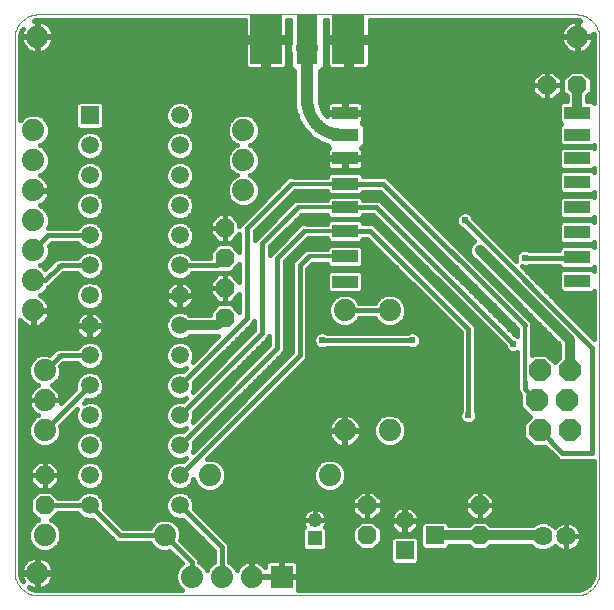
<source format=gtl>
G75*
%MOIN*%
%OFA0B0*%
%FSLAX24Y24*%
%IPPOS*%
%LPD*%
%AMOC8*
5,1,8,0,0,1.08239X$1,22.5*
%
%ADD10C,0.0000*%
%ADD11R,0.0860X0.0420*%
%ADD12OC8,0.0740*%
%ADD13C,0.0740*%
%ADD14R,0.0590X0.0590*%
%ADD15C,0.0590*%
%ADD16R,0.0480X0.0480*%
%ADD17C,0.0480*%
%ADD18OC8,0.0630*%
%ADD19R,0.0700X0.1650*%
%ADD20R,0.1050X0.1650*%
%ADD21R,0.0740X0.0740*%
%ADD22C,0.0640*%
%ADD23C,0.0356*%
%ADD24C,0.0320*%
%ADD25C,0.0160*%
%ADD26C,0.0120*%
%ADD27C,0.0238*%
%ADD28C,0.0400*%
D10*
X001467Y001180D02*
X019385Y001180D01*
X019439Y001182D01*
X019492Y001187D01*
X019545Y001196D01*
X019597Y001209D01*
X019649Y001225D01*
X019699Y001245D01*
X019747Y001268D01*
X019794Y001295D01*
X019839Y001324D01*
X019882Y001357D01*
X019922Y001392D01*
X019960Y001430D01*
X019995Y001470D01*
X020028Y001513D01*
X020057Y001558D01*
X020084Y001605D01*
X020107Y001653D01*
X020127Y001703D01*
X020143Y001755D01*
X020156Y001807D01*
X020165Y001860D01*
X020170Y001913D01*
X020172Y001967D01*
X020172Y019763D01*
X020170Y019817D01*
X020165Y019870D01*
X020156Y019923D01*
X020143Y019975D01*
X020127Y020027D01*
X020107Y020077D01*
X020084Y020125D01*
X020057Y020172D01*
X020028Y020217D01*
X019995Y020260D01*
X019960Y020300D01*
X019922Y020338D01*
X019882Y020373D01*
X019839Y020406D01*
X019794Y020435D01*
X019747Y020462D01*
X019699Y020485D01*
X019649Y020505D01*
X019597Y020521D01*
X019545Y020534D01*
X019492Y020543D01*
X019439Y020548D01*
X019385Y020550D01*
X001467Y020550D01*
X001413Y020548D01*
X001360Y020543D01*
X001307Y020534D01*
X001255Y020521D01*
X001203Y020505D01*
X001153Y020485D01*
X001105Y020462D01*
X001058Y020435D01*
X001013Y020406D01*
X000970Y020373D01*
X000930Y020338D01*
X000892Y020300D01*
X000857Y020260D01*
X000824Y020217D01*
X000795Y020172D01*
X000768Y020125D01*
X000745Y020077D01*
X000725Y020027D01*
X000709Y019975D01*
X000696Y019923D01*
X000687Y019870D01*
X000682Y019817D01*
X000680Y019763D01*
X000680Y001967D01*
X000682Y001913D01*
X000687Y001860D01*
X000696Y001807D01*
X000709Y001755D01*
X000725Y001703D01*
X000745Y001653D01*
X000768Y001605D01*
X000795Y001558D01*
X000824Y001513D01*
X000857Y001470D01*
X000892Y001430D01*
X000930Y001392D01*
X000970Y001357D01*
X001013Y001324D01*
X001058Y001295D01*
X001105Y001268D01*
X001153Y001245D01*
X001203Y001225D01*
X001255Y001209D01*
X001307Y001196D01*
X001360Y001187D01*
X001413Y001182D01*
X001467Y001180D01*
X008230Y020555D02*
X012630Y020555D01*
D11*
X011693Y017268D03*
X011693Y016543D03*
X011693Y015755D03*
X011693Y014905D03*
X011693Y014118D03*
X011693Y013331D03*
X011693Y012481D03*
X011693Y011643D03*
X019430Y011668D03*
X019430Y012456D03*
X019430Y013293D03*
X019430Y014118D03*
X019430Y014968D03*
X019430Y015755D03*
X019430Y016543D03*
X019430Y017268D03*
D12*
X019180Y008680D03*
X018180Y008680D03*
X018080Y007680D03*
X018180Y006680D03*
X019180Y006680D03*
X019080Y007680D03*
D13*
X013180Y006680D03*
X011680Y006680D03*
X011180Y005180D03*
X008578Y001807D03*
X007578Y001807D03*
X006578Y001807D03*
X005680Y003180D03*
X007180Y005180D03*
X011680Y010680D03*
X013180Y010680D03*
X008306Y014680D03*
X008306Y015680D03*
X008306Y016680D03*
X010430Y019430D03*
X001430Y019805D03*
X001305Y016681D03*
X001305Y015681D03*
X001305Y014681D03*
X001305Y013681D03*
X001305Y012681D03*
X001305Y011681D03*
X001305Y010681D03*
X001680Y008680D03*
X001680Y007680D03*
X001680Y006680D03*
X001680Y003180D03*
X001430Y001930D03*
X019430Y019805D03*
D14*
X014680Y003180D03*
X013680Y002680D03*
X003180Y017180D03*
D15*
X003180Y016180D03*
X003180Y015180D03*
X003180Y014180D03*
X003180Y013180D03*
X003180Y012180D03*
X003180Y011180D03*
X003180Y010180D03*
X003180Y009180D03*
X003180Y008180D03*
X003180Y007180D03*
X003180Y006180D03*
X003180Y005180D03*
X003180Y004180D03*
X006180Y004180D03*
X006180Y005180D03*
X006180Y006180D03*
X006180Y007180D03*
X006180Y008180D03*
X006180Y009180D03*
X006180Y010180D03*
X006180Y011180D03*
X006180Y012180D03*
X006180Y013180D03*
X006180Y014180D03*
X006180Y015180D03*
X006180Y016180D03*
X006180Y017180D03*
X013680Y003680D03*
D16*
X010680Y003090D03*
D17*
X010680Y003680D03*
D18*
X012430Y003180D03*
X012430Y004180D03*
X016180Y004180D03*
X016180Y003180D03*
X007680Y010430D03*
X007680Y011430D03*
X007680Y012430D03*
X007680Y013430D03*
X001680Y005180D03*
X001680Y004180D03*
X018430Y018180D03*
X019430Y018180D03*
D19*
X010430Y019722D03*
D20*
X009054Y019722D03*
X011806Y019722D03*
D21*
X009578Y001807D03*
D22*
X018286Y003147D03*
X019074Y003147D03*
D23*
X016180Y012680D03*
D24*
X019180Y009681D01*
X019180Y008680D01*
X018253Y003180D02*
X016180Y003180D01*
X014680Y003180D01*
X018253Y003180D02*
X018286Y003147D01*
X007680Y010430D02*
X007430Y010180D01*
X006180Y010180D01*
X019430Y017268D02*
X019430Y018180D01*
D25*
X001219Y001420D02*
X001155Y001453D01*
X001192Y001426D01*
X001372Y001367D01*
X001467Y001360D01*
X006247Y001360D01*
X006112Y001495D01*
X006028Y001698D01*
X006028Y001916D01*
X006112Y002119D01*
X006243Y002249D01*
X005841Y002651D01*
X005789Y002630D01*
X005571Y002630D01*
X005368Y002714D01*
X005214Y002868D01*
X005192Y002920D01*
X004128Y002920D01*
X004033Y002960D01*
X003284Y003709D01*
X003274Y003705D01*
X003086Y003705D01*
X002911Y003777D01*
X002777Y003911D01*
X002774Y003920D01*
X002120Y003920D01*
X001889Y003689D01*
X001992Y003646D01*
X002146Y003492D01*
X002230Y003289D01*
X002230Y003071D01*
X002146Y002868D01*
X001992Y002714D01*
X001789Y002630D01*
X001571Y002630D01*
X001368Y002714D01*
X001214Y002868D01*
X001130Y003071D01*
X001130Y003289D01*
X001214Y003492D01*
X001368Y003646D01*
X001471Y003689D01*
X001185Y003975D01*
X001185Y004385D01*
X001475Y004675D01*
X001885Y004675D01*
X002120Y004440D01*
X002774Y004440D01*
X002777Y004449D01*
X002911Y004583D01*
X003086Y004655D01*
X003274Y004655D01*
X003449Y004583D01*
X003583Y004449D01*
X003655Y004274D01*
X003655Y004086D01*
X003651Y004076D01*
X004288Y003440D01*
X005192Y003440D01*
X005214Y003492D01*
X005368Y003646D01*
X005571Y003730D01*
X005789Y003730D01*
X005992Y003646D01*
X006146Y003492D01*
X006230Y003289D01*
X006230Y003071D01*
X006209Y003019D01*
X006726Y002502D01*
X006799Y002429D01*
X006838Y002333D01*
X006838Y002295D01*
X006890Y002273D01*
X007044Y002119D01*
X007078Y002037D01*
X007112Y002119D01*
X007267Y002273D01*
X007318Y002295D01*
X007318Y002674D01*
X006284Y003709D01*
X006274Y003705D01*
X006086Y003705D01*
X005911Y003777D01*
X005777Y003911D01*
X005705Y004086D01*
X005705Y004274D01*
X005777Y004449D01*
X005911Y004583D01*
X006086Y004655D01*
X006274Y004655D01*
X006449Y004583D01*
X006583Y004449D01*
X006655Y004274D01*
X006655Y004086D01*
X006651Y004076D01*
X007726Y003002D01*
X007799Y002929D01*
X007838Y002833D01*
X007838Y002295D01*
X007890Y002273D01*
X008044Y002119D01*
X008078Y002037D01*
X008108Y002095D01*
X008159Y002165D01*
X008220Y002226D01*
X008290Y002277D01*
X008367Y002317D01*
X008449Y002343D01*
X008535Y002357D01*
X008558Y002357D01*
X008558Y001827D01*
X008598Y001827D01*
X008598Y002357D01*
X008622Y002357D01*
X008707Y002343D01*
X008789Y002317D01*
X008866Y002277D01*
X008937Y002226D01*
X008998Y002165D01*
X009028Y002123D01*
X009028Y002201D01*
X009040Y002246D01*
X009064Y002287D01*
X009098Y002321D01*
X009139Y002345D01*
X009185Y002357D01*
X009558Y002357D01*
X009558Y001827D01*
X009558Y001787D01*
X008598Y001787D01*
X008598Y001827D01*
X009128Y001827D01*
X009558Y001827D01*
X009598Y001827D01*
X009598Y002357D01*
X009972Y002357D01*
X010018Y002345D01*
X010059Y002321D01*
X010092Y002287D01*
X010116Y002246D01*
X010128Y002201D01*
X010128Y001827D01*
X009598Y001827D01*
X009598Y001787D01*
X010128Y001787D01*
X010128Y001413D01*
X010116Y001367D01*
X010112Y001360D01*
X019385Y001360D01*
X019480Y001367D01*
X019660Y001426D01*
X019814Y001538D01*
X019926Y001692D01*
X019985Y001872D01*
X019992Y001967D01*
X019992Y005674D01*
X019982Y005670D01*
X018878Y005670D01*
X018783Y005710D01*
X018710Y005783D01*
X018362Y006130D01*
X017952Y006130D01*
X017630Y006452D01*
X017630Y006908D01*
X017852Y007130D01*
X017852Y007130D01*
X017530Y007452D01*
X017530Y007862D01*
X017479Y007914D01*
X017479Y007914D01*
X017420Y008055D01*
X017420Y008332D01*
X017440Y008380D01*
X017440Y009287D01*
X017365Y009256D01*
X017246Y009256D01*
X017136Y009301D01*
X017052Y009385D01*
X017013Y009480D01*
X012634Y013858D01*
X012303Y013858D01*
X012303Y013833D01*
X012198Y013728D01*
X011189Y013728D01*
X011083Y013833D01*
X011083Y013878D01*
X010246Y013878D01*
X009190Y012822D01*
X009190Y012530D01*
X009210Y012577D01*
X010183Y013551D01*
X010279Y013591D01*
X010382Y013591D01*
X010431Y013571D01*
X011083Y013571D01*
X011083Y013615D01*
X011189Y013721D01*
X012198Y013721D01*
X012303Y013615D01*
X012303Y013591D01*
X012581Y013591D01*
X012677Y013551D01*
X012750Y013478D01*
X016025Y010203D01*
X016064Y010107D01*
X016064Y007334D01*
X016103Y007239D01*
X016103Y007121D01*
X016058Y007011D01*
X015974Y006926D01*
X015864Y006881D01*
X015745Y006881D01*
X015635Y006926D01*
X015551Y007011D01*
X015505Y007121D01*
X015505Y007239D01*
X015544Y007334D01*
X015544Y009948D01*
X012422Y013071D01*
X012303Y013071D01*
X012303Y013046D01*
X012198Y012941D01*
X011189Y012941D01*
X011083Y013046D01*
X011083Y013091D01*
X010458Y013091D01*
X009690Y012322D01*
X009690Y009378D01*
X009650Y009283D01*
X009577Y009210D01*
X006651Y006284D01*
X006655Y006274D01*
X006655Y006086D01*
X006611Y005978D01*
X009920Y009288D01*
X009920Y012232D01*
X009960Y012327D01*
X010333Y012701D01*
X010429Y012741D01*
X010532Y012741D01*
X010581Y012721D01*
X011083Y012721D01*
X011083Y012765D01*
X011189Y012871D01*
X012198Y012871D01*
X012303Y012765D01*
X012303Y012196D01*
X012198Y012091D01*
X011189Y012091D01*
X011083Y012196D01*
X011083Y012241D01*
X010608Y012241D01*
X010440Y012072D01*
X010440Y009128D01*
X010400Y009033D01*
X010327Y008960D01*
X007098Y005730D01*
X007289Y005730D01*
X007492Y005646D01*
X007646Y005492D01*
X007730Y005289D01*
X007730Y005071D01*
X007646Y004868D01*
X007492Y004714D01*
X007289Y004630D01*
X007071Y004630D01*
X006868Y004714D01*
X006714Y004868D01*
X006639Y005048D01*
X006583Y004911D01*
X006449Y004777D01*
X006274Y004705D01*
X006086Y004705D01*
X005911Y004777D01*
X005777Y004911D01*
X005705Y005086D01*
X005705Y005274D01*
X005777Y005449D01*
X005911Y005583D01*
X006086Y005655D01*
X006274Y005655D01*
X006284Y005651D01*
X006382Y005749D01*
X006274Y005705D01*
X006086Y005705D01*
X005911Y005777D01*
X005777Y005911D01*
X005705Y006086D01*
X005705Y006274D01*
X005777Y006449D01*
X005911Y006583D01*
X006086Y006655D01*
X006274Y006655D01*
X006284Y006651D01*
X006382Y006749D01*
X006274Y006705D01*
X006086Y006705D01*
X005911Y006777D01*
X005777Y006911D01*
X005705Y007086D01*
X005705Y007274D01*
X005777Y007449D01*
X005911Y007583D01*
X006086Y007655D01*
X006274Y007655D01*
X006284Y007651D01*
X006382Y007749D01*
X006274Y007705D01*
X006086Y007705D01*
X005911Y007777D01*
X005777Y007911D01*
X005705Y008086D01*
X005705Y008274D01*
X005777Y008449D01*
X005911Y008583D01*
X006086Y008655D01*
X006274Y008655D01*
X006284Y008651D01*
X006382Y008749D01*
X006274Y008705D01*
X006086Y008705D01*
X005911Y008777D01*
X005777Y008911D01*
X005705Y009086D01*
X005705Y009274D01*
X005777Y009449D01*
X005911Y009583D01*
X006086Y009655D01*
X006274Y009655D01*
X006449Y009583D01*
X006583Y009449D01*
X006655Y009274D01*
X006655Y009086D01*
X006611Y008978D01*
X007472Y009840D01*
X006512Y009840D01*
X006449Y009777D01*
X006274Y009705D01*
X006086Y009705D01*
X005911Y009777D01*
X005777Y009911D01*
X005705Y010086D01*
X005705Y010274D01*
X005777Y010449D01*
X005911Y010583D01*
X006086Y010655D01*
X006274Y010655D01*
X006449Y010583D01*
X006512Y010520D01*
X007185Y010520D01*
X007185Y010635D01*
X007475Y010925D01*
X007885Y010925D01*
X008170Y010640D01*
X008170Y011220D01*
X007885Y010935D01*
X007680Y010935D01*
X007680Y011430D01*
X007680Y011430D01*
X007680Y011925D01*
X007885Y011925D01*
X008170Y011640D01*
X008170Y012220D01*
X007885Y011935D01*
X007518Y011935D01*
X007494Y011925D01*
X007680Y011925D01*
X007680Y011430D01*
X007680Y011430D01*
X007680Y011430D01*
X007185Y011430D01*
X007185Y011635D01*
X007470Y011920D01*
X006586Y011920D01*
X006583Y011911D01*
X006449Y011777D01*
X006274Y011705D01*
X006086Y011705D01*
X005911Y011777D01*
X005777Y011911D01*
X005705Y012086D01*
X005705Y012274D01*
X005777Y012449D01*
X005911Y012583D01*
X006086Y012655D01*
X006274Y012655D01*
X006449Y012583D01*
X006583Y012449D01*
X006586Y012440D01*
X007185Y012440D01*
X007185Y012635D01*
X007475Y012925D01*
X007885Y012925D01*
X008170Y012640D01*
X008170Y013220D01*
X007885Y012935D01*
X007680Y012935D01*
X007680Y013430D01*
X007680Y013430D01*
X007680Y013925D01*
X007885Y013925D01*
X008175Y013635D01*
X008175Y013493D01*
X008210Y013577D01*
X009759Y015126D01*
X009854Y015165D01*
X009958Y015165D01*
X010006Y015145D01*
X011083Y015145D01*
X011083Y015190D01*
X011189Y015295D01*
X012198Y015295D01*
X012303Y015190D01*
X012303Y015165D01*
X013006Y015165D01*
X013102Y015126D01*
X017900Y010327D01*
X017940Y010232D01*
X017940Y010128D01*
X017920Y010080D01*
X017920Y009198D01*
X017952Y009230D01*
X018408Y009230D01*
X018680Y008958D01*
X018840Y009118D01*
X018840Y009540D01*
X016021Y012359D01*
X015978Y012377D01*
X015877Y012478D01*
X015822Y012609D01*
X015822Y012752D01*
X015877Y012883D01*
X015978Y012984D01*
X015999Y012993D01*
X015605Y013387D01*
X015511Y013426D01*
X015426Y013511D01*
X015381Y013621D01*
X015381Y013739D01*
X015426Y013849D01*
X015511Y013934D01*
X015621Y013979D01*
X015739Y013979D01*
X015849Y013934D01*
X015934Y013849D01*
X015973Y013755D01*
X017398Y012330D01*
X017381Y012371D01*
X017381Y012489D01*
X017426Y012599D01*
X017511Y012684D01*
X017621Y012729D01*
X017739Y012729D01*
X017834Y012690D01*
X018650Y012690D01*
X018820Y012696D01*
X018820Y012740D01*
X018925Y012846D01*
X019935Y012846D01*
X019992Y012788D01*
X019992Y012961D01*
X019935Y012903D01*
X018925Y012903D01*
X018820Y013009D01*
X018820Y013578D01*
X018925Y013683D01*
X019935Y013683D01*
X019992Y013626D01*
X019992Y013786D01*
X019935Y013728D01*
X018925Y013728D01*
X018820Y013833D01*
X018820Y014403D01*
X018925Y014508D01*
X019935Y014508D01*
X019992Y014450D01*
X019992Y014635D01*
X019935Y014578D01*
X018925Y014578D01*
X018820Y014683D01*
X018820Y015252D01*
X018925Y015358D01*
X019935Y015358D01*
X019992Y015300D01*
X019992Y015423D01*
X019935Y015365D01*
X018925Y015365D01*
X018820Y015471D01*
X018820Y016040D01*
X018925Y016145D01*
X019935Y016145D01*
X019992Y016088D01*
X019992Y016210D01*
X019935Y016153D01*
X018925Y016153D01*
X018820Y016258D01*
X018820Y016827D01*
X018898Y016905D01*
X018820Y016983D01*
X018820Y017552D01*
X018925Y017658D01*
X019090Y017658D01*
X019090Y017820D01*
X018935Y017975D01*
X018935Y018385D01*
X019225Y018675D01*
X019635Y018675D01*
X019925Y018385D01*
X019925Y017975D01*
X019770Y017820D01*
X019770Y017658D01*
X019935Y017658D01*
X019992Y017600D01*
X019992Y019763D01*
X019985Y019858D01*
X019973Y019895D01*
X019980Y019848D01*
X019980Y019825D01*
X019450Y019825D01*
X019410Y019825D01*
X019410Y020355D01*
X019387Y020355D01*
X019301Y020341D01*
X019219Y020315D01*
X019142Y020275D01*
X019072Y020224D01*
X019010Y020163D01*
X018960Y020093D01*
X018920Y020016D01*
X018894Y019934D01*
X018880Y019848D01*
X018880Y019825D01*
X019410Y019825D01*
X019410Y019785D01*
X018880Y019785D01*
X018880Y019762D01*
X018894Y019676D01*
X018920Y019594D01*
X018960Y019517D01*
X019010Y019447D01*
X019072Y019385D01*
X019142Y019334D01*
X019219Y019295D01*
X019301Y019268D01*
X019387Y019255D01*
X019410Y019255D01*
X019410Y019785D01*
X019450Y019785D01*
X019450Y019825D01*
X019450Y020355D01*
X019473Y020355D01*
X019533Y020345D01*
X019480Y020363D01*
X019385Y020370D01*
X012511Y020370D01*
X012511Y019802D01*
X011886Y019802D01*
X011886Y019642D01*
X012511Y019642D01*
X012511Y018873D01*
X012499Y018828D01*
X012475Y018787D01*
X012441Y018753D01*
X012400Y018729D01*
X012355Y018717D01*
X011886Y018717D01*
X011886Y019642D01*
X011726Y019642D01*
X011726Y018717D01*
X011257Y018717D01*
X011211Y018729D01*
X011170Y018753D01*
X011137Y018787D01*
X011113Y018828D01*
X011101Y018873D01*
X011101Y019642D01*
X011726Y019642D01*
X011726Y019802D01*
X011101Y019802D01*
X011101Y020370D01*
X011010Y020370D01*
X011010Y019598D01*
X011030Y019549D01*
X011030Y019311D01*
X011010Y019262D01*
X011010Y018802D01*
X010875Y018667D01*
X010860Y018667D01*
X010860Y017680D01*
X010866Y017588D01*
X010914Y017409D01*
X011006Y017249D01*
X011083Y017172D01*
X011083Y017243D01*
X011668Y017243D01*
X011668Y017293D01*
X011668Y017658D01*
X011240Y017658D01*
X011194Y017645D01*
X011153Y017622D01*
X011119Y017588D01*
X011096Y017547D01*
X011083Y017501D01*
X011083Y017293D01*
X011668Y017293D01*
X011718Y017293D01*
X011718Y017658D01*
X012147Y017658D01*
X012193Y017645D01*
X012234Y017622D01*
X012267Y017588D01*
X012291Y017547D01*
X012303Y017501D01*
X012303Y017293D01*
X011718Y017293D01*
X011718Y017243D01*
X012303Y017243D01*
X012303Y017034D01*
X012291Y016988D01*
X012267Y016947D01*
X012261Y016941D01*
X012353Y016848D01*
X012353Y016237D01*
X012228Y016112D01*
X012234Y016109D01*
X012267Y016076D01*
X012291Y016035D01*
X012303Y015989D01*
X012303Y015780D01*
X011718Y015780D01*
X011718Y015730D01*
X011718Y015365D01*
X012147Y015365D01*
X012193Y015378D01*
X012234Y015401D01*
X012267Y015435D01*
X012291Y015476D01*
X012303Y015522D01*
X012303Y015730D01*
X011718Y015730D01*
X011668Y015730D01*
X011668Y015365D01*
X011240Y015365D01*
X011194Y015378D01*
X011153Y015401D01*
X011119Y015435D01*
X011096Y015476D01*
X011083Y015522D01*
X011083Y015730D01*
X011668Y015730D01*
X011668Y015780D01*
X011083Y015780D01*
X011083Y015989D01*
X011096Y016035D01*
X011119Y016076D01*
X011153Y016109D01*
X011158Y016112D01*
X011084Y016187D01*
X010962Y016220D01*
X010962Y016220D01*
X010605Y016426D01*
X010605Y016426D01*
X010313Y016718D01*
X010313Y016718D01*
X010107Y017075D01*
X010107Y017075D01*
X010000Y017474D01*
X010000Y018667D01*
X009985Y018667D01*
X009850Y018802D01*
X009850Y019262D01*
X009830Y019311D01*
X009830Y019549D01*
X009850Y019598D01*
X009850Y020370D01*
X009759Y020370D01*
X009759Y019802D01*
X009134Y019802D01*
X009134Y019642D01*
X009134Y018717D01*
X009603Y018717D01*
X009649Y018729D01*
X009690Y018753D01*
X009723Y018787D01*
X009747Y018828D01*
X009759Y018873D01*
X009759Y019642D01*
X009134Y019642D01*
X008974Y019642D01*
X008974Y018717D01*
X008505Y018717D01*
X008460Y018729D01*
X008419Y018753D01*
X008385Y018787D01*
X008361Y018828D01*
X008349Y018873D01*
X008349Y019642D01*
X008974Y019642D01*
X008974Y019802D01*
X008349Y019802D01*
X008349Y020370D01*
X001467Y020370D01*
X001372Y020363D01*
X001312Y020343D01*
X001387Y020355D01*
X001410Y020355D01*
X001410Y019825D01*
X001450Y019825D01*
X001450Y020355D01*
X001473Y020355D01*
X001559Y020341D01*
X001641Y020315D01*
X001718Y020275D01*
X001788Y020224D01*
X001850Y020163D01*
X001900Y020093D01*
X001940Y020016D01*
X001966Y019934D01*
X001980Y019848D01*
X001980Y019825D01*
X001450Y019825D01*
X001450Y019785D01*
X001980Y019785D01*
X001980Y019762D01*
X001966Y019676D01*
X001940Y019594D01*
X001900Y019517D01*
X001850Y019447D01*
X001788Y019385D01*
X001718Y019334D01*
X001641Y019295D01*
X001559Y019268D01*
X001473Y019255D01*
X001450Y019255D01*
X001450Y019785D01*
X001410Y019785D01*
X000880Y019785D01*
X000880Y019762D01*
X000894Y019676D01*
X000920Y019594D01*
X000960Y019517D01*
X001010Y019447D01*
X001072Y019385D01*
X001142Y019334D01*
X001219Y019295D01*
X001301Y019268D01*
X001387Y019255D01*
X001410Y019255D01*
X001410Y019785D01*
X001410Y019825D01*
X000880Y019825D01*
X000880Y019848D01*
X000894Y019934D01*
X000920Y020016D01*
X000945Y020064D01*
X000926Y020038D01*
X000867Y019858D01*
X000860Y019763D01*
X000860Y017014D01*
X000993Y017147D01*
X001196Y017231D01*
X001414Y017231D01*
X001617Y017147D01*
X001771Y016992D01*
X001855Y016790D01*
X001855Y016571D01*
X001771Y016369D01*
X001617Y016215D01*
X001535Y016181D01*
X001617Y016147D01*
X001771Y015992D01*
X001855Y015790D01*
X001855Y015571D01*
X001771Y015369D01*
X001617Y015215D01*
X001535Y015181D01*
X001593Y015151D01*
X001663Y015100D01*
X001725Y015039D01*
X001775Y014969D01*
X001815Y014892D01*
X001841Y014810D01*
X001855Y014724D01*
X001855Y014701D01*
X001325Y014701D01*
X001325Y014661D01*
X001855Y014661D01*
X001855Y014638D01*
X001841Y014552D01*
X001815Y014470D01*
X001775Y014393D01*
X001725Y014322D01*
X001663Y014261D01*
X001593Y014210D01*
X001535Y014181D01*
X001617Y014147D01*
X001771Y013992D01*
X001855Y013790D01*
X001855Y013571D01*
X001801Y013440D01*
X002774Y013440D01*
X002777Y013449D01*
X002911Y013583D01*
X003086Y013655D01*
X003274Y013655D01*
X003449Y013583D01*
X003583Y013449D01*
X003655Y013274D01*
X003655Y013086D01*
X003583Y012911D01*
X003449Y012777D01*
X003274Y012705D01*
X003086Y012705D01*
X002911Y012777D01*
X002777Y012911D01*
X002774Y012920D01*
X001912Y012920D01*
X001834Y012842D01*
X001855Y012790D01*
X001855Y012571D01*
X001771Y012369D01*
X001617Y012215D01*
X001535Y012181D01*
X001617Y012147D01*
X001698Y012066D01*
X001924Y012292D01*
X001960Y012327D01*
X002014Y012381D01*
X002014Y012381D01*
X002155Y012440D01*
X002774Y012440D01*
X002777Y012449D01*
X002911Y012583D01*
X003086Y012655D01*
X003274Y012655D01*
X003449Y012583D01*
X003583Y012449D01*
X003655Y012274D01*
X003655Y012086D01*
X003583Y011911D01*
X003449Y011777D01*
X003274Y011705D01*
X003086Y011705D01*
X002911Y011777D01*
X002777Y011911D01*
X002774Y011920D01*
X002288Y011920D01*
X001828Y011460D01*
X001805Y011451D01*
X001771Y011369D01*
X001617Y011215D01*
X001535Y011181D01*
X001593Y011151D01*
X001663Y011100D01*
X001725Y011039D01*
X001775Y010969D01*
X001815Y010892D01*
X001841Y010810D01*
X001855Y010724D01*
X001855Y010701D01*
X001325Y010701D01*
X001325Y010661D01*
X001855Y010661D01*
X001855Y010638D01*
X001841Y010552D01*
X001815Y010470D01*
X001775Y010393D01*
X001725Y010322D01*
X001663Y010261D01*
X001593Y010210D01*
X001516Y010171D01*
X001434Y010144D01*
X001348Y010131D01*
X001325Y010131D01*
X001325Y010661D01*
X001285Y010661D01*
X001285Y010131D01*
X001262Y010131D01*
X001176Y010144D01*
X001094Y010171D01*
X001017Y010210D01*
X000947Y010261D01*
X000885Y010322D01*
X000860Y010358D01*
X000860Y001967D01*
X000867Y001872D01*
X000926Y001692D01*
X000953Y001655D01*
X000920Y001719D01*
X000894Y001801D01*
X000880Y001887D01*
X000880Y001910D01*
X001410Y001910D01*
X001410Y001950D01*
X001410Y002480D01*
X001387Y002480D01*
X001301Y002466D01*
X001219Y002440D01*
X001142Y002400D01*
X001072Y002350D01*
X001010Y002288D01*
X000960Y002218D01*
X000920Y002141D01*
X000894Y002059D01*
X000880Y001973D01*
X000880Y001950D01*
X001410Y001950D01*
X001450Y001950D01*
X001450Y002480D01*
X001473Y002480D01*
X001559Y002466D01*
X001641Y002440D01*
X001718Y002400D01*
X001788Y002350D01*
X001850Y002288D01*
X001900Y002218D01*
X001940Y002141D01*
X001966Y002059D01*
X001980Y001973D01*
X001980Y001950D01*
X001450Y001950D01*
X001450Y001910D01*
X001980Y001910D01*
X001980Y001887D01*
X001966Y001801D01*
X001940Y001719D01*
X001900Y001642D01*
X001850Y001572D01*
X001788Y001510D01*
X001718Y001460D01*
X001641Y001420D01*
X001559Y001394D01*
X001473Y001380D01*
X001450Y001380D01*
X001450Y001910D01*
X001410Y001910D01*
X001410Y001380D01*
X001387Y001380D01*
X001301Y001394D01*
X001219Y001420D01*
X001410Y001497D02*
X001450Y001497D01*
X001450Y001656D02*
X001410Y001656D01*
X001410Y001814D02*
X001450Y001814D01*
X001450Y001973D02*
X001410Y001973D01*
X001410Y002131D02*
X001450Y002131D01*
X001450Y002290D02*
X001410Y002290D01*
X001410Y002448D02*
X001450Y002448D01*
X001616Y002448D02*
X006044Y002448D01*
X005886Y002607D02*
X000860Y002607D01*
X000860Y002765D02*
X001317Y002765D01*
X001191Y002924D02*
X000860Y002924D01*
X000860Y003082D02*
X001130Y003082D01*
X001130Y003241D02*
X000860Y003241D01*
X000860Y003399D02*
X001175Y003399D01*
X001280Y003558D02*
X000860Y003558D01*
X000860Y003716D02*
X001444Y003716D01*
X001285Y003875D02*
X000860Y003875D01*
X000860Y004033D02*
X001185Y004033D01*
X001185Y004192D02*
X000860Y004192D01*
X000860Y004350D02*
X001185Y004350D01*
X001308Y004509D02*
X000860Y004509D01*
X000860Y004667D02*
X001467Y004667D01*
X001475Y004685D02*
X001185Y004975D01*
X001185Y005180D01*
X001680Y005180D01*
X001680Y005180D01*
X001680Y005675D01*
X001885Y005675D01*
X002175Y005385D01*
X002175Y005180D01*
X001680Y005180D01*
X001680Y005180D01*
X001680Y005180D01*
X001680Y005675D01*
X001475Y005675D01*
X001185Y005385D01*
X001185Y005180D01*
X001680Y005180D01*
X002175Y005180D01*
X002175Y004975D01*
X001885Y004685D01*
X001680Y004685D01*
X001680Y005180D01*
X001680Y005180D01*
X001680Y004685D01*
X001475Y004685D01*
X001334Y004826D02*
X000860Y004826D01*
X000860Y004984D02*
X001185Y004984D01*
X001185Y005143D02*
X000860Y005143D01*
X000860Y005301D02*
X001185Y005301D01*
X001259Y005460D02*
X000860Y005460D01*
X000860Y005618D02*
X001418Y005618D01*
X001680Y005618D02*
X001680Y005618D01*
X001680Y005460D02*
X001680Y005460D01*
X001680Y005301D02*
X001680Y005301D01*
X001680Y005143D02*
X001680Y005143D01*
X001680Y004984D02*
X001680Y004984D01*
X001680Y004826D02*
X001680Y004826D01*
X001893Y004667D02*
X006981Y004667D01*
X006757Y004826D02*
X006497Y004826D01*
X006613Y004984D02*
X006666Y004984D01*
X006523Y004509D02*
X012058Y004509D01*
X011935Y004385D02*
X011935Y004180D01*
X012430Y004180D01*
X012430Y004180D01*
X012430Y004675D01*
X012635Y004675D01*
X012925Y004385D01*
X012925Y004180D01*
X012430Y004180D01*
X012430Y004180D01*
X012430Y004180D01*
X012430Y004675D01*
X012225Y004675D01*
X011935Y004385D01*
X011935Y004350D02*
X006624Y004350D01*
X006655Y004192D02*
X011935Y004192D01*
X011935Y004180D02*
X011935Y003975D01*
X012225Y003685D01*
X012430Y003685D01*
X012635Y003685D01*
X012925Y003975D01*
X012925Y004180D01*
X012430Y004180D01*
X012430Y003685D01*
X012430Y004180D01*
X012430Y004180D01*
X011935Y004180D01*
X011935Y004033D02*
X010909Y004033D01*
X010900Y004039D02*
X010841Y004069D01*
X010778Y004090D01*
X010713Y004100D01*
X010680Y004100D01*
X010680Y003680D01*
X011100Y003680D01*
X011100Y003713D01*
X011090Y003778D01*
X011069Y003841D01*
X011039Y003900D01*
X011000Y003954D01*
X010954Y004000D01*
X010900Y004039D01*
X010680Y004033D02*
X010680Y004033D01*
X010680Y004100D02*
X010680Y003680D01*
X010680Y003680D01*
X010680Y003680D01*
X011100Y003680D01*
X011100Y003647D01*
X011090Y003582D01*
X011069Y003519D01*
X011041Y003463D01*
X011100Y003405D01*
X011100Y002775D01*
X010995Y002670D01*
X010365Y002670D01*
X010260Y002775D01*
X010260Y003405D01*
X010319Y003463D01*
X010291Y003519D01*
X010270Y003582D01*
X010260Y003647D01*
X010260Y003680D01*
X010680Y003680D01*
X010680Y003680D01*
X010260Y003680D01*
X010260Y003713D01*
X010270Y003778D01*
X010291Y003841D01*
X010321Y003900D01*
X010360Y003954D01*
X010406Y004000D01*
X010460Y004039D01*
X010519Y004069D01*
X010582Y004090D01*
X010647Y004100D01*
X010680Y004100D01*
X010680Y003875D02*
X010680Y003875D01*
X010680Y003716D02*
X010680Y003716D01*
X011052Y003875D02*
X012035Y003875D01*
X012194Y003716D02*
X011100Y003716D01*
X011082Y003558D02*
X012107Y003558D01*
X012225Y003675D02*
X011935Y003385D01*
X011935Y002975D01*
X012225Y002685D01*
X012635Y002685D01*
X012925Y002975D01*
X012925Y003385D01*
X012635Y003675D01*
X012225Y003675D01*
X012430Y003716D02*
X012430Y003716D01*
X012430Y003875D02*
X012430Y003875D01*
X012430Y004033D02*
X012430Y004033D01*
X012430Y004192D02*
X012430Y004192D01*
X012430Y004350D02*
X012430Y004350D01*
X012430Y004509D02*
X012430Y004509D01*
X012430Y004667D02*
X012430Y004667D01*
X012643Y004667D02*
X015967Y004667D01*
X015975Y004675D02*
X015685Y004385D01*
X015685Y004180D01*
X016180Y004180D01*
X016180Y004180D01*
X016180Y004675D01*
X016385Y004675D01*
X016675Y004385D01*
X016675Y004180D01*
X016180Y004180D01*
X016180Y004180D01*
X016180Y004180D01*
X016180Y004675D01*
X015975Y004675D01*
X016180Y004667D02*
X016180Y004667D01*
X016180Y004509D02*
X016180Y004509D01*
X016180Y004350D02*
X016180Y004350D01*
X016180Y004192D02*
X016180Y004192D01*
X016180Y004180D02*
X015685Y004180D01*
X015685Y003975D01*
X015975Y003685D01*
X016180Y003685D01*
X016385Y003685D01*
X016675Y003975D01*
X016675Y004180D01*
X016180Y004180D01*
X016180Y003685D01*
X016180Y004180D01*
X016180Y004180D01*
X016180Y004033D02*
X016180Y004033D01*
X016180Y003875D02*
X016180Y003875D01*
X016180Y003716D02*
X016180Y003716D01*
X016385Y003675D02*
X015975Y003675D01*
X015820Y003520D01*
X015155Y003520D01*
X015155Y003550D01*
X015050Y003655D01*
X014310Y003655D01*
X014205Y003550D01*
X014205Y002810D01*
X014310Y002705D01*
X015050Y002705D01*
X015155Y002810D01*
X015155Y002840D01*
X015820Y002840D01*
X015975Y002685D01*
X016385Y002685D01*
X016540Y002840D01*
X017886Y002840D01*
X018003Y002723D01*
X018187Y002647D01*
X018386Y002647D01*
X018570Y002723D01*
X018682Y002835D01*
X018692Y002821D01*
X018748Y002765D01*
X018812Y002719D01*
X018882Y002683D01*
X018957Y002659D01*
X019034Y002647D01*
X019074Y002647D01*
X019113Y002647D01*
X019191Y002659D01*
X019266Y002683D01*
X019336Y002719D01*
X019399Y002765D01*
X019992Y002765D01*
X019992Y002607D02*
X014155Y002607D01*
X014155Y002765D02*
X014250Y002765D01*
X014205Y002924D02*
X014155Y002924D01*
X014155Y003050D02*
X014050Y003155D01*
X013310Y003155D01*
X013205Y003050D01*
X013205Y002310D01*
X013310Y002205D01*
X014050Y002205D01*
X014155Y002310D01*
X014155Y003050D01*
X014123Y003082D02*
X014205Y003082D01*
X014205Y003241D02*
X013864Y003241D01*
X013862Y003240D02*
X013929Y003274D01*
X013989Y003318D01*
X014042Y003371D01*
X014086Y003431D01*
X014120Y003498D01*
X014143Y003569D01*
X014155Y003643D01*
X014155Y003662D01*
X013698Y003662D01*
X013698Y003698D01*
X013662Y003698D01*
X013662Y004155D01*
X013643Y004155D01*
X013569Y004143D01*
X013498Y004120D01*
X013431Y004086D01*
X013371Y004042D01*
X013318Y003989D01*
X013274Y003929D01*
X013240Y003862D01*
X013217Y003791D01*
X013205Y003717D01*
X013205Y003698D01*
X013662Y003698D01*
X013662Y003662D01*
X013205Y003662D01*
X013205Y003643D01*
X013217Y003569D01*
X013240Y003498D01*
X013274Y003431D01*
X013318Y003371D01*
X013371Y003318D01*
X013431Y003274D01*
X013498Y003240D01*
X013569Y003217D01*
X013643Y003205D01*
X013662Y003205D01*
X013662Y003662D01*
X013698Y003662D01*
X013698Y003205D01*
X013717Y003205D01*
X013791Y003217D01*
X013862Y003240D01*
X013698Y003241D02*
X013662Y003241D01*
X013662Y003399D02*
X013698Y003399D01*
X013698Y003558D02*
X013662Y003558D01*
X013698Y003698D02*
X014155Y003698D01*
X014155Y003717D01*
X014143Y003791D01*
X014120Y003862D01*
X014086Y003929D01*
X014042Y003989D01*
X013989Y004042D01*
X013929Y004086D01*
X013862Y004120D01*
X013791Y004143D01*
X013717Y004155D01*
X013698Y004155D01*
X013698Y003698D01*
X013698Y003716D02*
X013662Y003716D01*
X013662Y003875D02*
X013698Y003875D01*
X013698Y004033D02*
X013662Y004033D01*
X013361Y004033D02*
X012925Y004033D01*
X012925Y004192D02*
X015685Y004192D01*
X015685Y004350D02*
X012925Y004350D01*
X012802Y004509D02*
X015808Y004509D01*
X015685Y004033D02*
X013999Y004033D01*
X014114Y003875D02*
X015785Y003875D01*
X015944Y003716D02*
X014155Y003716D01*
X014140Y003558D02*
X014213Y003558D01*
X014205Y003399D02*
X014063Y003399D01*
X013496Y003241D02*
X012925Y003241D01*
X012911Y003399D02*
X013297Y003399D01*
X013220Y003558D02*
X012753Y003558D01*
X012666Y003716D02*
X013205Y003716D01*
X013246Y003875D02*
X012825Y003875D01*
X012925Y003082D02*
X013237Y003082D01*
X013205Y002924D02*
X012874Y002924D01*
X012715Y002765D02*
X013205Y002765D01*
X013205Y002607D02*
X007838Y002607D01*
X007838Y002765D02*
X010270Y002765D01*
X010260Y002924D02*
X007801Y002924D01*
X007646Y003082D02*
X010260Y003082D01*
X010260Y003241D02*
X007487Y003241D01*
X007329Y003399D02*
X010260Y003399D01*
X010278Y003558D02*
X007170Y003558D01*
X007012Y003716D02*
X010260Y003716D01*
X010308Y003875D02*
X006853Y003875D01*
X006695Y004033D02*
X010451Y004033D01*
X010868Y004714D02*
X011071Y004630D01*
X011289Y004630D01*
X011492Y004714D01*
X011646Y004868D01*
X011730Y005071D01*
X011730Y005289D01*
X011646Y005492D01*
X011492Y005646D01*
X011289Y005730D01*
X011071Y005730D01*
X010868Y005646D01*
X010714Y005492D01*
X010630Y005289D01*
X010630Y005071D01*
X010714Y004868D01*
X010868Y004714D01*
X010981Y004667D02*
X007379Y004667D01*
X007603Y004826D02*
X010757Y004826D01*
X010666Y004984D02*
X007694Y004984D01*
X007730Y005143D02*
X010630Y005143D01*
X010635Y005301D02*
X007725Y005301D01*
X007660Y005460D02*
X010700Y005460D01*
X010840Y005618D02*
X007520Y005618D01*
X007303Y005935D02*
X018557Y005935D01*
X018399Y006094D02*
X007461Y006094D01*
X007620Y006252D02*
X011334Y006252D01*
X011322Y006260D02*
X011392Y006210D01*
X011469Y006170D01*
X011552Y006144D01*
X011637Y006130D01*
X011672Y006130D01*
X011672Y006671D01*
X011689Y006671D01*
X011689Y006130D01*
X011724Y006130D01*
X011809Y006144D01*
X011892Y006170D01*
X011969Y006210D01*
X012039Y006260D01*
X012100Y006322D01*
X012151Y006392D01*
X012190Y006469D01*
X012217Y006551D01*
X012230Y006637D01*
X012230Y006671D01*
X011689Y006671D01*
X011689Y006689D01*
X011672Y006689D01*
X011672Y007230D01*
X011637Y007230D01*
X011552Y007216D01*
X011469Y007190D01*
X011392Y007150D01*
X011322Y007100D01*
X011261Y007038D01*
X011210Y006968D01*
X011171Y006891D01*
X011144Y006809D01*
X011130Y006723D01*
X011130Y006689D01*
X011672Y006689D01*
X011672Y006671D01*
X011130Y006671D01*
X011130Y006637D01*
X011144Y006551D01*
X011171Y006469D01*
X011210Y006392D01*
X011261Y006322D01*
X011322Y006260D01*
X011200Y006411D02*
X007778Y006411D01*
X007937Y006569D02*
X011141Y006569D01*
X011131Y006728D02*
X008095Y006728D01*
X008254Y006886D02*
X011169Y006886D01*
X011267Y007045D02*
X008412Y007045D01*
X008571Y007203D02*
X011510Y007203D01*
X011672Y007203D02*
X011689Y007203D01*
X011689Y007230D02*
X011689Y006689D01*
X012230Y006689D01*
X012230Y006723D01*
X012217Y006809D01*
X012190Y006891D01*
X012151Y006968D01*
X012100Y007038D01*
X012039Y007100D01*
X011969Y007150D01*
X011892Y007190D01*
X011809Y007216D01*
X011724Y007230D01*
X011689Y007230D01*
X011851Y007203D02*
X013006Y007203D01*
X013071Y007230D02*
X012869Y007146D01*
X012714Y006992D01*
X012630Y006789D01*
X012630Y006571D01*
X012714Y006368D01*
X012869Y006214D01*
X013071Y006130D01*
X013290Y006130D01*
X013492Y006214D01*
X013647Y006368D01*
X013730Y006571D01*
X013730Y006789D01*
X013647Y006992D01*
X013492Y007146D01*
X013290Y007230D01*
X013071Y007230D01*
X013355Y007203D02*
X015505Y007203D01*
X015537Y007045D02*
X013594Y007045D01*
X013690Y006886D02*
X015733Y006886D01*
X015876Y006886D02*
X017630Y006886D01*
X017630Y006728D02*
X013730Y006728D01*
X013730Y006569D02*
X017630Y006569D01*
X017672Y006411D02*
X013664Y006411D01*
X013530Y006252D02*
X017830Y006252D01*
X018180Y006680D02*
X018930Y005930D01*
X019930Y005930D01*
X019930Y009430D01*
X015680Y013680D01*
X015381Y013702D02*
X014526Y013702D01*
X014368Y013860D02*
X015437Y013860D01*
X015413Y013543D02*
X014685Y013543D01*
X014843Y013385D02*
X015608Y013385D01*
X015766Y013226D02*
X015002Y013226D01*
X015160Y013068D02*
X015925Y013068D01*
X015903Y012909D02*
X015319Y012909D01*
X015477Y012751D02*
X015822Y012751D01*
X015829Y012592D02*
X015636Y012592D01*
X015794Y012434D02*
X015921Y012434D01*
X015953Y012275D02*
X016105Y012275D01*
X016111Y012117D02*
X016263Y012117D01*
X016270Y011958D02*
X016422Y011958D01*
X016428Y011800D02*
X016580Y011800D01*
X016587Y011641D02*
X016739Y011641D01*
X016745Y011483D02*
X016897Y011483D01*
X016904Y011324D02*
X017056Y011324D01*
X017062Y011166D02*
X017214Y011166D01*
X017221Y011007D02*
X017373Y011007D01*
X017379Y010849D02*
X017531Y010849D01*
X017538Y010690D02*
X017690Y010690D01*
X017696Y010532D02*
X017848Y010532D01*
X017855Y010373D02*
X018007Y010373D01*
X017940Y010215D02*
X018165Y010215D01*
X018324Y010056D02*
X017920Y010056D01*
X017920Y009898D02*
X018482Y009898D01*
X018641Y009739D02*
X017920Y009739D01*
X017920Y009581D02*
X018799Y009581D01*
X018840Y009422D02*
X017920Y009422D01*
X017920Y009264D02*
X018840Y009264D01*
X018827Y009105D02*
X018533Y009105D01*
X017680Y008280D02*
X017680Y008132D01*
X017717Y008043D02*
X018080Y007680D01*
X017717Y008044D02*
X017704Y008059D01*
X017694Y008075D01*
X017686Y008093D01*
X017682Y008112D01*
X017680Y008132D01*
X017420Y008154D02*
X016064Y008154D01*
X016064Y007996D02*
X017445Y007996D01*
X017530Y007837D02*
X016064Y007837D01*
X016064Y007679D02*
X017530Y007679D01*
X017530Y007520D02*
X016064Y007520D01*
X016064Y007362D02*
X017621Y007362D01*
X017779Y007203D02*
X016103Y007203D01*
X016072Y007045D02*
X017767Y007045D01*
X018716Y005777D02*
X007144Y005777D01*
X006726Y006094D02*
X006655Y006094D01*
X006655Y006252D02*
X006884Y006252D01*
X006778Y006411D02*
X007043Y006411D01*
X006937Y006569D02*
X007201Y006569D01*
X007095Y006728D02*
X007360Y006728D01*
X007254Y006886D02*
X007518Y006886D01*
X007412Y007045D02*
X007677Y007045D01*
X007571Y007203D02*
X007835Y007203D01*
X007729Y007362D02*
X007994Y007362D01*
X007888Y007520D02*
X008152Y007520D01*
X008046Y007679D02*
X008311Y007679D01*
X008205Y007837D02*
X008469Y007837D01*
X008363Y007996D02*
X008628Y007996D01*
X008522Y008154D02*
X008786Y008154D01*
X008680Y008313D02*
X008945Y008313D01*
X008839Y008471D02*
X009103Y008471D01*
X008997Y008630D02*
X009262Y008630D01*
X009156Y008788D02*
X009420Y008788D01*
X009314Y008947D02*
X009579Y008947D01*
X009473Y009105D02*
X009737Y009105D01*
X009631Y009264D02*
X009896Y009264D01*
X009920Y009422D02*
X009690Y009422D01*
X009690Y009581D02*
X009920Y009581D01*
X009920Y009739D02*
X009690Y009739D01*
X009690Y009898D02*
X009920Y009898D01*
X009920Y010056D02*
X009690Y010056D01*
X009690Y010215D02*
X009920Y010215D01*
X009920Y010373D02*
X009690Y010373D01*
X009690Y010532D02*
X009920Y010532D01*
X009920Y010690D02*
X009690Y010690D01*
X009690Y010849D02*
X009920Y010849D01*
X009920Y011007D02*
X009690Y011007D01*
X009690Y011166D02*
X009920Y011166D01*
X009920Y011324D02*
X009690Y011324D01*
X009690Y011483D02*
X009920Y011483D01*
X009920Y011641D02*
X009690Y011641D01*
X009690Y011800D02*
X009920Y011800D01*
X009920Y011958D02*
X009690Y011958D01*
X009690Y012117D02*
X009920Y012117D01*
X009938Y012275D02*
X009690Y012275D01*
X009801Y012434D02*
X010066Y012434D01*
X009960Y012592D02*
X010224Y012592D01*
X010118Y012751D02*
X011083Y012751D01*
X011083Y013068D02*
X010435Y013068D01*
X010277Y012909D02*
X012583Y012909D01*
X012425Y013068D02*
X012303Y013068D01*
X012303Y012751D02*
X012742Y012751D01*
X012900Y012592D02*
X012303Y012592D01*
X012303Y012434D02*
X013059Y012434D01*
X013217Y012275D02*
X012303Y012275D01*
X012224Y012117D02*
X013376Y012117D01*
X013534Y011958D02*
X012273Y011958D01*
X012303Y011928D02*
X012198Y012033D01*
X011189Y012033D01*
X011083Y011928D01*
X011083Y011359D01*
X011189Y011253D01*
X012198Y011253D01*
X012303Y011359D01*
X012303Y011928D01*
X012303Y011800D02*
X013693Y011800D01*
X013851Y011641D02*
X012303Y011641D01*
X012303Y011483D02*
X014010Y011483D01*
X014168Y011324D02*
X012269Y011324D01*
X011992Y011146D02*
X011790Y011230D01*
X011571Y011230D01*
X011369Y011146D01*
X011214Y010992D01*
X011130Y010789D01*
X011130Y010571D01*
X011214Y010368D01*
X011369Y010214D01*
X011571Y010130D01*
X011790Y010130D01*
X011992Y010214D01*
X012147Y010368D01*
X012168Y010420D01*
X012693Y010420D01*
X012714Y010368D01*
X012869Y010214D01*
X013071Y010130D01*
X013290Y010130D01*
X013492Y010214D01*
X013647Y010368D01*
X013730Y010571D01*
X013730Y010789D01*
X013647Y010992D01*
X013492Y011146D01*
X013290Y011230D01*
X013071Y011230D01*
X012869Y011146D01*
X012714Y010992D01*
X012693Y010940D01*
X012168Y010940D01*
X012147Y010992D01*
X011992Y011146D01*
X011945Y011166D02*
X012915Y011166D01*
X012730Y011007D02*
X012131Y011007D01*
X011680Y010680D02*
X013180Y010680D01*
X013445Y011166D02*
X014327Y011166D01*
X014485Y011007D02*
X013631Y011007D01*
X013706Y010849D02*
X014644Y010849D01*
X014802Y010690D02*
X013730Y010690D01*
X013714Y010532D02*
X014961Y010532D01*
X015119Y010373D02*
X013649Y010373D01*
X013493Y010215D02*
X015278Y010215D01*
X015436Y010056D02*
X010440Y010056D01*
X010440Y009898D02*
X010725Y009898D01*
X010761Y009934D02*
X010677Y009849D01*
X010631Y009739D01*
X010440Y009739D01*
X010440Y009581D02*
X010648Y009581D01*
X010631Y009621D02*
X010677Y009511D01*
X010761Y009426D01*
X010871Y009381D01*
X010990Y009381D01*
X011084Y009420D01*
X013776Y009420D01*
X013870Y009381D01*
X013989Y009381D01*
X014099Y009426D01*
X014183Y009511D01*
X014229Y009621D01*
X014229Y009739D01*
X015544Y009739D01*
X015544Y009581D02*
X014212Y009581D01*
X014229Y009739D02*
X014183Y009849D01*
X014099Y009934D01*
X013989Y009979D01*
X013870Y009979D01*
X013776Y009940D01*
X011084Y009940D01*
X010990Y009979D01*
X010871Y009979D01*
X010761Y009934D01*
X010631Y009739D02*
X010631Y009621D01*
X010772Y009422D02*
X010440Y009422D01*
X010440Y009264D02*
X015544Y009264D01*
X015544Y009422D02*
X014088Y009422D01*
X013930Y009680D02*
X010930Y009680D01*
X011368Y010215D02*
X010440Y010215D01*
X010440Y010373D02*
X011212Y010373D01*
X011147Y010532D02*
X010440Y010532D01*
X010440Y010690D02*
X011130Y010690D01*
X011155Y010849D02*
X010440Y010849D01*
X010440Y011007D02*
X011230Y011007D01*
X011415Y011166D02*
X010440Y011166D01*
X010440Y011324D02*
X011118Y011324D01*
X011083Y011483D02*
X010440Y011483D01*
X010440Y011641D02*
X011083Y011641D01*
X011083Y011800D02*
X010440Y011800D01*
X010440Y011958D02*
X011114Y011958D01*
X011163Y012117D02*
X010484Y012117D01*
X010180Y012180D02*
X010481Y012481D01*
X010180Y012180D02*
X010180Y009180D01*
X006180Y005180D01*
X005788Y005460D02*
X003572Y005460D01*
X003583Y005449D02*
X003449Y005583D01*
X003274Y005655D01*
X003086Y005655D01*
X002911Y005583D01*
X002777Y005449D01*
X002705Y005274D01*
X002705Y005086D01*
X002777Y004911D01*
X002911Y004777D01*
X003086Y004705D01*
X003274Y004705D01*
X003449Y004777D01*
X003583Y004911D01*
X003655Y005086D01*
X003655Y005274D01*
X003583Y005449D01*
X003644Y005301D02*
X005716Y005301D01*
X005705Y005143D02*
X003655Y005143D01*
X003613Y004984D02*
X005747Y004984D01*
X005863Y004826D02*
X003497Y004826D01*
X003523Y004509D02*
X005837Y004509D01*
X005736Y004350D02*
X003624Y004350D01*
X003655Y004192D02*
X005705Y004192D01*
X005727Y004033D02*
X003695Y004033D01*
X003853Y003875D02*
X005814Y003875D01*
X005823Y003716D02*
X006059Y003716D01*
X006080Y003558D02*
X006435Y003558D01*
X006593Y003399D02*
X006185Y003399D01*
X006230Y003241D02*
X006752Y003241D01*
X006910Y003082D02*
X006230Y003082D01*
X006304Y002924D02*
X007069Y002924D01*
X007227Y002765D02*
X006463Y002765D01*
X006621Y002607D02*
X007318Y002607D01*
X007318Y002448D02*
X006780Y002448D01*
X006851Y002290D02*
X007306Y002290D01*
X007124Y002131D02*
X007032Y002131D01*
X006578Y002282D02*
X006578Y001807D01*
X006578Y002282D02*
X005680Y003180D01*
X004180Y003180D01*
X003180Y004180D01*
X001680Y004180D01*
X002052Y004509D02*
X002837Y004509D01*
X002863Y004826D02*
X002026Y004826D01*
X002175Y004984D02*
X002747Y004984D01*
X002705Y005143D02*
X002175Y005143D01*
X002175Y005301D02*
X002716Y005301D01*
X002788Y005460D02*
X002101Y005460D01*
X001942Y005618D02*
X002996Y005618D01*
X003086Y005705D02*
X003274Y005705D01*
X003449Y005777D01*
X003583Y005911D01*
X003655Y006086D01*
X003655Y006274D01*
X003583Y006449D01*
X003449Y006583D01*
X003274Y006655D01*
X003086Y006655D01*
X002911Y006583D01*
X002777Y006449D01*
X002705Y006274D01*
X002705Y006086D01*
X002777Y005911D01*
X002911Y005777D01*
X003086Y005705D01*
X002913Y005777D02*
X000860Y005777D01*
X000860Y005935D02*
X002767Y005935D01*
X002705Y006094D02*
X000860Y006094D01*
X000860Y006252D02*
X001330Y006252D01*
X001368Y006214D02*
X001571Y006130D01*
X001789Y006130D01*
X001992Y006214D01*
X002146Y006368D01*
X002230Y006571D01*
X002230Y006789D01*
X002209Y006841D01*
X002749Y007382D01*
X002705Y007274D01*
X002705Y007086D01*
X002777Y006911D01*
X002911Y006777D01*
X003086Y006705D01*
X003274Y006705D01*
X003449Y006777D01*
X003583Y006911D01*
X003655Y007086D01*
X003655Y007274D01*
X003583Y007449D01*
X003449Y007583D01*
X003274Y007655D01*
X003086Y007655D01*
X002978Y007611D01*
X003076Y007709D01*
X003086Y007705D01*
X003274Y007705D01*
X003449Y007777D01*
X003583Y007911D01*
X003655Y008086D01*
X003655Y008274D01*
X003583Y008449D01*
X003449Y008583D01*
X003274Y008655D01*
X003086Y008655D01*
X002911Y008583D01*
X002777Y008449D01*
X002705Y008274D01*
X002705Y008086D01*
X002709Y008076D01*
X002223Y007590D01*
X002230Y007637D01*
X002230Y007680D01*
X002230Y007723D01*
X002216Y007809D01*
X002190Y007891D01*
X002150Y007968D01*
X002100Y008038D01*
X002038Y008100D01*
X001968Y008150D01*
X001910Y008180D01*
X001992Y008214D01*
X002146Y008368D01*
X002230Y008571D01*
X002230Y008789D01*
X002209Y008841D01*
X002288Y008920D01*
X002774Y008920D01*
X002777Y008911D01*
X002911Y008777D01*
X003086Y008705D01*
X003274Y008705D01*
X003449Y008777D01*
X003583Y008911D01*
X003655Y009086D01*
X003655Y009274D01*
X003583Y009449D01*
X003449Y009583D01*
X003274Y009655D01*
X003086Y009655D01*
X002911Y009583D01*
X002777Y009449D01*
X002774Y009440D01*
X002155Y009440D01*
X002014Y009381D01*
X001960Y009327D01*
X001924Y009291D01*
X001841Y009209D01*
X001789Y009230D01*
X001571Y009230D01*
X001368Y009146D01*
X001214Y008992D01*
X001130Y008789D01*
X001130Y008571D01*
X001214Y008368D01*
X001368Y008214D01*
X001450Y008180D01*
X001392Y008150D01*
X001322Y008100D01*
X001260Y008038D01*
X001210Y007968D01*
X001170Y007891D01*
X001144Y007809D01*
X001130Y007723D01*
X001130Y007680D01*
X001680Y007680D01*
X002230Y007680D01*
X001680Y007680D01*
X001680Y007680D01*
X001680Y007680D01*
X001130Y007680D01*
X001130Y007637D01*
X001144Y007551D01*
X001170Y007469D01*
X001210Y007392D01*
X001260Y007322D01*
X001322Y007260D01*
X001392Y007210D01*
X001450Y007180D01*
X001368Y007146D01*
X001214Y006992D01*
X001130Y006789D01*
X001130Y006571D01*
X001214Y006368D01*
X001368Y006214D01*
X001196Y006411D02*
X000860Y006411D01*
X000860Y006569D02*
X001131Y006569D01*
X001130Y006728D02*
X000860Y006728D01*
X000860Y006886D02*
X001170Y006886D01*
X001267Y007045D02*
X000860Y007045D01*
X000860Y007203D02*
X001405Y007203D01*
X001232Y007362D02*
X000860Y007362D01*
X000860Y007520D02*
X001154Y007520D01*
X001130Y007679D02*
X000860Y007679D01*
X000860Y007837D02*
X001153Y007837D01*
X001229Y007996D02*
X000860Y007996D01*
X000860Y008154D02*
X001399Y008154D01*
X001270Y008313D02*
X000860Y008313D01*
X000860Y008471D02*
X001171Y008471D01*
X001130Y008630D02*
X000860Y008630D01*
X000860Y008788D02*
X001130Y008788D01*
X001195Y008947D02*
X000860Y008947D01*
X000860Y009105D02*
X001327Y009105D01*
X000860Y009264D02*
X001896Y009264D01*
X001960Y009327D02*
X001960Y009327D01*
X002014Y009381D02*
X002014Y009381D01*
X002112Y009422D02*
X000860Y009422D01*
X000860Y009581D02*
X002909Y009581D01*
X002998Y009740D02*
X002931Y009774D01*
X002871Y009818D01*
X002818Y009871D01*
X002774Y009931D01*
X002740Y009998D01*
X002717Y010069D01*
X002705Y010143D01*
X002705Y010162D01*
X003162Y010162D01*
X003198Y010162D01*
X003198Y010198D01*
X003655Y010198D01*
X003655Y010217D01*
X003643Y010291D01*
X003620Y010362D01*
X003586Y010429D01*
X003542Y010489D01*
X003489Y010542D01*
X003429Y010586D01*
X003362Y010620D01*
X003291Y010643D01*
X003217Y010655D01*
X003198Y010655D01*
X003198Y010198D01*
X003162Y010198D01*
X003162Y010655D01*
X003143Y010655D01*
X003069Y010643D01*
X002998Y010620D01*
X002931Y010586D01*
X002871Y010542D01*
X002818Y010489D01*
X002774Y010429D01*
X002740Y010362D01*
X002717Y010291D01*
X002705Y010217D01*
X002705Y010198D01*
X003162Y010198D01*
X003162Y010162D01*
X003162Y009705D01*
X003143Y009705D01*
X003069Y009717D01*
X002998Y009740D01*
X003000Y009739D02*
X000860Y009739D01*
X000860Y009898D02*
X002798Y009898D01*
X002721Y010056D02*
X000860Y010056D01*
X000860Y010215D02*
X001011Y010215D01*
X001285Y010215D02*
X001325Y010215D01*
X001325Y010373D02*
X001285Y010373D01*
X001285Y010532D02*
X001325Y010532D01*
X001325Y010690D02*
X007240Y010690D01*
X007185Y010532D02*
X006500Y010532D01*
X006362Y010740D02*
X006429Y010774D01*
X006489Y010818D01*
X006542Y010871D01*
X006586Y010931D01*
X006620Y010998D01*
X006643Y011069D01*
X006655Y011143D01*
X006655Y011162D01*
X006198Y011162D01*
X006198Y011198D01*
X006655Y011198D01*
X006655Y011217D01*
X006643Y011291D01*
X006620Y011362D01*
X006586Y011429D01*
X006542Y011489D01*
X006489Y011542D01*
X006429Y011586D01*
X006362Y011620D01*
X006291Y011643D01*
X006217Y011655D01*
X006198Y011655D01*
X006198Y011198D01*
X006162Y011198D01*
X006162Y011655D01*
X006143Y011655D01*
X006069Y011643D01*
X005998Y011620D01*
X005931Y011586D01*
X005871Y011542D01*
X005818Y011489D01*
X005774Y011429D01*
X005740Y011362D01*
X005717Y011291D01*
X005705Y011217D01*
X005705Y011198D01*
X006162Y011198D01*
X006162Y011162D01*
X006198Y011162D01*
X006198Y010705D01*
X006217Y010705D01*
X006291Y010717D01*
X006362Y010740D01*
X006520Y010849D02*
X007398Y010849D01*
X007475Y010935D02*
X007680Y010935D01*
X007680Y011430D01*
X007185Y011430D01*
X007185Y011225D01*
X007475Y010935D01*
X007403Y011007D02*
X006623Y011007D01*
X006633Y011324D02*
X007185Y011324D01*
X007185Y011483D02*
X006547Y011483D01*
X006298Y011641D02*
X007191Y011641D01*
X007349Y011800D02*
X006471Y011800D01*
X006198Y011641D02*
X006162Y011641D01*
X006062Y011641D02*
X003308Y011641D01*
X003274Y011655D02*
X003086Y011655D01*
X002911Y011583D01*
X002777Y011449D01*
X002705Y011274D01*
X002705Y011086D01*
X002777Y010911D01*
X002911Y010777D01*
X003086Y010705D01*
X003274Y010705D01*
X003449Y010777D01*
X003583Y010911D01*
X003655Y011086D01*
X003655Y011274D01*
X003583Y011449D01*
X003449Y011583D01*
X003274Y011655D01*
X003052Y011641D02*
X002009Y011641D01*
X002167Y011800D02*
X002889Y011800D01*
X002811Y011483D02*
X001850Y011483D01*
X001726Y011324D02*
X002726Y011324D01*
X002705Y011166D02*
X001565Y011166D01*
X001748Y011007D02*
X002738Y011007D01*
X002840Y010849D02*
X001829Y010849D01*
X001835Y010532D02*
X002860Y010532D01*
X002745Y010373D02*
X001761Y010373D01*
X001599Y010215D02*
X002705Y010215D01*
X003162Y010215D02*
X003198Y010215D01*
X003198Y010162D02*
X003655Y010162D01*
X003655Y010143D01*
X003643Y010069D01*
X003620Y009998D01*
X003586Y009931D01*
X003542Y009871D01*
X003489Y009818D01*
X003429Y009774D01*
X003362Y009740D01*
X003291Y009717D01*
X003217Y009705D01*
X003198Y009705D01*
X003198Y010162D01*
X003198Y010056D02*
X003162Y010056D01*
X003162Y009898D02*
X003198Y009898D01*
X003198Y009739D02*
X003162Y009739D01*
X003360Y009739D02*
X006003Y009739D01*
X005909Y009581D02*
X003451Y009581D01*
X003594Y009422D02*
X005766Y009422D01*
X005705Y009264D02*
X003655Y009264D01*
X003655Y009105D02*
X005705Y009105D01*
X005763Y008947D02*
X003597Y008947D01*
X003460Y008788D02*
X005900Y008788D01*
X006024Y008630D02*
X003336Y008630D01*
X003561Y008471D02*
X005799Y008471D01*
X005721Y008313D02*
X003639Y008313D01*
X003655Y008154D02*
X005705Y008154D01*
X005742Y007996D02*
X003618Y007996D01*
X003509Y007837D02*
X005851Y007837D01*
X006180Y008180D02*
X008430Y010430D01*
X008430Y013430D01*
X009906Y014905D01*
X009764Y015128D02*
X008636Y015128D01*
X008618Y015146D02*
X008536Y015180D01*
X008618Y015214D01*
X008772Y015368D01*
X008856Y015571D01*
X008856Y015789D01*
X008772Y015992D01*
X008618Y016146D01*
X008536Y016180D01*
X008618Y016214D01*
X008772Y016368D01*
X008856Y016571D01*
X008856Y016789D01*
X008772Y016992D01*
X008618Y017146D01*
X008415Y017230D01*
X008197Y017230D01*
X007994Y017146D01*
X007840Y016992D01*
X007756Y016789D01*
X007756Y016571D01*
X007840Y016368D01*
X007994Y016214D01*
X008076Y016180D01*
X007994Y016146D01*
X007840Y015992D01*
X007756Y015789D01*
X007756Y015571D01*
X007840Y015368D01*
X007994Y015214D01*
X008076Y015180D01*
X007994Y015146D01*
X007840Y014992D01*
X007756Y014789D01*
X007756Y014571D01*
X007840Y014368D01*
X007994Y014214D01*
X008197Y014130D01*
X008415Y014130D01*
X008618Y014214D01*
X008772Y014368D01*
X008856Y014571D01*
X008856Y014789D01*
X008772Y014992D01*
X008618Y015146D01*
X008690Y015287D02*
X011180Y015287D01*
X011113Y015445D02*
X008804Y015445D01*
X008856Y015604D02*
X011083Y015604D01*
X011083Y015921D02*
X008802Y015921D01*
X008856Y015762D02*
X011668Y015762D01*
X011718Y015762D02*
X018820Y015762D01*
X018820Y015604D02*
X012303Y015604D01*
X012273Y015445D02*
X018846Y015445D01*
X018854Y015287D02*
X012207Y015287D01*
X012303Y014645D02*
X012847Y014645D01*
X017440Y010052D01*
X017440Y009823D01*
X017380Y009847D01*
X012962Y014265D01*
X012889Y014338D01*
X012794Y014378D01*
X012303Y014378D01*
X012303Y014403D01*
X012198Y014508D01*
X011189Y014508D01*
X011083Y014403D01*
X011083Y014358D01*
X010218Y014358D01*
X010170Y014378D01*
X010066Y014378D01*
X009971Y014338D01*
X008710Y013077D01*
X008690Y013030D01*
X008690Y013322D01*
X010033Y014665D01*
X011083Y014665D01*
X011083Y014621D01*
X011189Y014515D01*
X012198Y014515D01*
X012303Y014621D01*
X012303Y014645D01*
X012212Y014494D02*
X012998Y014494D01*
X012892Y014336D02*
X013157Y014336D01*
X013051Y014177D02*
X013315Y014177D01*
X013209Y014019D02*
X013474Y014019D01*
X013368Y013860D02*
X013632Y013860D01*
X013526Y013702D02*
X013791Y013702D01*
X013685Y013543D02*
X013949Y013543D01*
X013843Y013385D02*
X014108Y013385D01*
X014002Y013226D02*
X014266Y013226D01*
X014160Y013068D02*
X014425Y013068D01*
X014319Y012909D02*
X014583Y012909D01*
X014477Y012751D02*
X014742Y012751D01*
X014636Y012592D02*
X014900Y012592D01*
X014794Y012434D02*
X015059Y012434D01*
X014953Y012275D02*
X015217Y012275D01*
X015111Y012117D02*
X015376Y012117D01*
X015270Y011958D02*
X015534Y011958D01*
X015428Y011800D02*
X015693Y011800D01*
X015587Y011641D02*
X015851Y011641D01*
X015745Y011483D02*
X016010Y011483D01*
X015904Y011324D02*
X016168Y011324D01*
X016062Y011166D02*
X016327Y011166D01*
X016221Y011007D02*
X016485Y011007D01*
X016379Y010849D02*
X016644Y010849D01*
X016538Y010690D02*
X016802Y010690D01*
X016696Y010532D02*
X016961Y010532D01*
X016855Y010373D02*
X017119Y010373D01*
X017013Y010215D02*
X017278Y010215D01*
X017172Y010056D02*
X017436Y010056D01*
X017440Y009898D02*
X017330Y009898D01*
X017305Y009555D02*
X012742Y014118D01*
X011693Y014118D01*
X011175Y014494D02*
X009862Y014494D01*
X009968Y014336D02*
X009704Y014336D01*
X009809Y014177D02*
X009545Y014177D01*
X009651Y014019D02*
X009387Y014019D01*
X009492Y013860D02*
X009228Y013860D01*
X009334Y013702D02*
X009070Y013702D01*
X009175Y013543D02*
X008911Y013543D01*
X009017Y013385D02*
X008753Y013385D01*
X008690Y013226D02*
X008858Y013226D01*
X008706Y013068D02*
X008690Y013068D01*
X008930Y012930D02*
X010118Y014118D01*
X010228Y013860D02*
X011083Y013860D01*
X011170Y013702D02*
X010069Y013702D01*
X010175Y013543D02*
X009911Y013543D01*
X010017Y013385D02*
X009752Y013385D01*
X009858Y013226D02*
X009594Y013226D01*
X009700Y013068D02*
X009435Y013068D01*
X009541Y012909D02*
X009277Y012909D01*
X009190Y012751D02*
X009383Y012751D01*
X009224Y012592D02*
X009190Y012592D01*
X009430Y012430D02*
X010331Y013331D01*
X009430Y012430D02*
X009430Y009430D01*
X006180Y006180D01*
X005767Y005935D02*
X003593Y005935D01*
X003655Y006094D02*
X005705Y006094D01*
X005705Y006252D02*
X003655Y006252D01*
X003599Y006411D02*
X005761Y006411D01*
X005897Y006569D02*
X003463Y006569D01*
X003329Y006728D02*
X006031Y006728D01*
X005802Y006886D02*
X003558Y006886D01*
X003638Y007045D02*
X005722Y007045D01*
X005705Y007203D02*
X003655Y007203D01*
X003619Y007362D02*
X005741Y007362D01*
X005848Y007520D02*
X003512Y007520D01*
X003046Y007679D02*
X006311Y007679D01*
X006611Y007978D02*
X008670Y010038D01*
X008670Y010330D01*
X008650Y010283D01*
X008577Y010210D01*
X006651Y008284D01*
X006655Y008274D01*
X006655Y008086D01*
X006611Y007978D01*
X006618Y007996D02*
X006628Y007996D01*
X006655Y008154D02*
X006786Y008154D01*
X006680Y008313D02*
X006945Y008313D01*
X006839Y008471D02*
X007103Y008471D01*
X006997Y008630D02*
X007262Y008630D01*
X007156Y008788D02*
X007420Y008788D01*
X007314Y008947D02*
X007579Y008947D01*
X007473Y009105D02*
X007737Y009105D01*
X007631Y009264D02*
X007896Y009264D01*
X007790Y009422D02*
X008054Y009422D01*
X007948Y009581D02*
X008213Y009581D01*
X008107Y009739D02*
X008371Y009739D01*
X008265Y009898D02*
X008530Y009898D01*
X008424Y010056D02*
X008670Y010056D01*
X008670Y010215D02*
X008582Y010215D01*
X008930Y009930D02*
X008930Y012930D01*
X008170Y012909D02*
X007901Y012909D01*
X008018Y013068D02*
X008170Y013068D01*
X008170Y012751D02*
X008060Y012751D01*
X007680Y012935D02*
X007680Y013430D01*
X007680Y013430D01*
X007680Y013430D01*
X007185Y013430D01*
X007185Y013635D01*
X007475Y013925D01*
X007680Y013925D01*
X007680Y013430D01*
X007185Y013430D01*
X007185Y013225D01*
X007475Y012935D01*
X007680Y012935D01*
X007680Y013068D02*
X007680Y013068D01*
X007680Y013226D02*
X007680Y013226D01*
X007680Y013385D02*
X007680Y013385D01*
X007680Y013543D02*
X007680Y013543D01*
X007680Y013702D02*
X007680Y013702D01*
X007680Y013860D02*
X007680Y013860D01*
X007410Y013860D02*
X006532Y013860D01*
X006583Y013911D02*
X006655Y014086D01*
X006655Y014274D01*
X006583Y014449D01*
X006449Y014583D01*
X006274Y014655D01*
X006086Y014655D01*
X005911Y014583D01*
X005777Y014449D01*
X005705Y014274D01*
X005705Y014086D01*
X005777Y013911D01*
X005911Y013777D01*
X006086Y013705D01*
X006274Y013705D01*
X006449Y013777D01*
X006583Y013911D01*
X006627Y014019D02*
X008651Y014019D01*
X008529Y014177D02*
X008810Y014177D01*
X008739Y014336D02*
X008968Y014336D01*
X008824Y014494D02*
X009127Y014494D01*
X009285Y014653D02*
X008856Y014653D01*
X008847Y014811D02*
X009444Y014811D01*
X009602Y014970D02*
X008781Y014970D01*
X007976Y015128D02*
X006655Y015128D01*
X006655Y015086D02*
X006583Y014911D01*
X006449Y014777D01*
X006274Y014705D01*
X006086Y014705D01*
X005911Y014777D01*
X005777Y014911D01*
X005705Y015086D01*
X005705Y015274D01*
X005777Y015449D01*
X005911Y015583D01*
X006086Y015655D01*
X006274Y015655D01*
X006449Y015583D01*
X006583Y015449D01*
X006655Y015274D01*
X006655Y015086D01*
X006607Y014970D02*
X007831Y014970D01*
X007765Y014811D02*
X006483Y014811D01*
X006280Y014653D02*
X007756Y014653D01*
X007788Y014494D02*
X006538Y014494D01*
X006630Y014336D02*
X007873Y014336D01*
X008083Y014177D02*
X006655Y014177D01*
X007251Y013702D02*
X001855Y013702D01*
X001843Y013543D02*
X002871Y013543D01*
X002911Y013777D02*
X003086Y013705D01*
X003274Y013705D01*
X003449Y013777D01*
X003583Y013911D01*
X003655Y014086D01*
X003655Y014274D01*
X003583Y014449D01*
X003449Y014583D01*
X003274Y014655D01*
X003086Y014655D01*
X002911Y014583D01*
X002777Y014449D01*
X002705Y014274D01*
X002705Y014086D01*
X002777Y013911D01*
X002911Y013777D01*
X002828Y013860D02*
X001826Y013860D01*
X001745Y014019D02*
X002733Y014019D01*
X002705Y014177D02*
X001544Y014177D01*
X001734Y014336D02*
X002730Y014336D01*
X002822Y014494D02*
X001823Y014494D01*
X001855Y014653D02*
X003080Y014653D01*
X003086Y014705D02*
X003274Y014705D01*
X003449Y014777D01*
X003583Y014911D01*
X003655Y015086D01*
X003655Y015274D01*
X003583Y015449D01*
X003449Y015583D01*
X003274Y015655D01*
X003086Y015655D01*
X002911Y015583D01*
X002777Y015449D01*
X002705Y015274D01*
X002705Y015086D01*
X002777Y014911D01*
X002911Y014777D01*
X003086Y014705D01*
X003280Y014653D02*
X006080Y014653D01*
X005877Y014811D02*
X003483Y014811D01*
X003607Y014970D02*
X005753Y014970D01*
X005705Y015128D02*
X003655Y015128D01*
X003650Y015287D02*
X005710Y015287D01*
X005776Y015445D02*
X003584Y015445D01*
X003399Y015604D02*
X005961Y015604D01*
X005948Y015762D02*
X003412Y015762D01*
X003449Y015777D02*
X003274Y015705D01*
X003086Y015705D01*
X002911Y015777D01*
X002777Y015911D01*
X002705Y016086D01*
X002705Y016274D01*
X002777Y016449D01*
X002911Y016583D01*
X003086Y016655D01*
X003274Y016655D01*
X003449Y016583D01*
X003583Y016449D01*
X003655Y016274D01*
X003655Y016086D01*
X003583Y015911D01*
X003449Y015777D01*
X003587Y015921D02*
X005773Y015921D01*
X005777Y015911D02*
X005911Y015777D01*
X006086Y015705D01*
X006274Y015705D01*
X006449Y015777D01*
X006583Y015911D01*
X006655Y016086D01*
X006655Y016274D01*
X006583Y016449D01*
X006449Y016583D01*
X006274Y016655D01*
X006086Y016655D01*
X005911Y016583D01*
X005777Y016449D01*
X005705Y016274D01*
X005705Y016086D01*
X005777Y015911D01*
X005708Y016079D02*
X003652Y016079D01*
X003655Y016238D02*
X005705Y016238D01*
X005755Y016396D02*
X003605Y016396D01*
X003477Y016555D02*
X005883Y016555D01*
X005911Y016777D02*
X006086Y016705D01*
X006274Y016705D01*
X006449Y016777D01*
X006583Y016911D01*
X006655Y017086D01*
X006655Y017274D01*
X006583Y017449D01*
X006449Y017583D01*
X006274Y017655D01*
X006086Y017655D01*
X005911Y017583D01*
X005777Y017449D01*
X005705Y017274D01*
X005705Y017086D01*
X005777Y016911D01*
X005911Y016777D01*
X005817Y016872D02*
X003655Y016872D01*
X003655Y016810D02*
X003550Y016705D01*
X002810Y016705D01*
X002705Y016810D01*
X002705Y017550D01*
X002810Y017655D01*
X003550Y017655D01*
X003655Y017550D01*
X003655Y016810D01*
X003558Y016713D02*
X006066Y016713D01*
X006294Y016713D02*
X007756Y016713D01*
X007763Y016555D02*
X006477Y016555D01*
X006605Y016396D02*
X007828Y016396D01*
X007971Y016238D02*
X006655Y016238D01*
X006652Y016079D02*
X007927Y016079D01*
X007810Y015921D02*
X006587Y015921D01*
X006412Y015762D02*
X007756Y015762D01*
X007756Y015604D02*
X006399Y015604D01*
X006584Y015445D02*
X007808Y015445D01*
X007922Y015287D02*
X006650Y015287D01*
X005822Y014494D02*
X003538Y014494D01*
X003630Y014336D02*
X005730Y014336D01*
X005705Y014177D02*
X003655Y014177D01*
X003627Y014019D02*
X005733Y014019D01*
X005828Y013860D02*
X003532Y013860D01*
X003489Y013543D02*
X005871Y013543D01*
X005911Y013583D02*
X005777Y013449D01*
X005705Y013274D01*
X005705Y013086D01*
X005777Y012911D01*
X005911Y012777D01*
X006086Y012705D01*
X006274Y012705D01*
X006449Y012777D01*
X006583Y012911D01*
X006655Y013086D01*
X006655Y013274D01*
X006583Y013449D01*
X006449Y013583D01*
X006274Y013655D01*
X006086Y013655D01*
X005911Y013583D01*
X005751Y013385D02*
X003609Y013385D01*
X003655Y013226D02*
X005705Y013226D01*
X005712Y013068D02*
X003648Y013068D01*
X003581Y012909D02*
X005779Y012909D01*
X005976Y012751D02*
X003384Y012751D01*
X003427Y012592D02*
X005933Y012592D01*
X005771Y012434D02*
X003589Y012434D01*
X003655Y012275D02*
X005705Y012275D01*
X005705Y012117D02*
X003655Y012117D01*
X003602Y011958D02*
X005758Y011958D01*
X005889Y011800D02*
X003471Y011800D01*
X003549Y011483D02*
X005813Y011483D01*
X005727Y011324D02*
X003634Y011324D01*
X003655Y011166D02*
X006162Y011166D01*
X006162Y011162D02*
X005705Y011162D01*
X005705Y011143D01*
X005717Y011069D01*
X005740Y010998D01*
X005774Y010931D01*
X005818Y010871D01*
X005871Y010818D01*
X005931Y010774D01*
X005998Y010740D01*
X006069Y010717D01*
X006143Y010705D01*
X006162Y010705D01*
X006162Y011162D01*
X006198Y011166D02*
X007244Y011166D01*
X007680Y011166D02*
X007680Y011166D01*
X007680Y011324D02*
X007680Y011324D01*
X007680Y011483D02*
X007680Y011483D01*
X007680Y011641D02*
X007680Y011641D01*
X007680Y011800D02*
X007680Y011800D01*
X007430Y012180D02*
X007680Y012430D01*
X007430Y012180D02*
X006180Y012180D01*
X006427Y012592D02*
X007185Y012592D01*
X007300Y012751D02*
X006384Y012751D01*
X006581Y012909D02*
X007459Y012909D01*
X007342Y013068D02*
X006648Y013068D01*
X006655Y013226D02*
X007185Y013226D01*
X007185Y013385D02*
X006609Y013385D01*
X006489Y013543D02*
X007185Y013543D01*
X007950Y013860D02*
X008493Y013860D01*
X008334Y013702D02*
X008109Y013702D01*
X008175Y013543D02*
X008196Y013543D01*
X008170Y012117D02*
X008067Y012117D01*
X008170Y011958D02*
X007908Y011958D01*
X008011Y011800D02*
X008170Y011800D01*
X008169Y011641D02*
X008170Y011641D01*
X008170Y011166D02*
X008116Y011166D01*
X008170Y011007D02*
X007957Y011007D01*
X007962Y010849D02*
X008170Y010849D01*
X008170Y010690D02*
X008120Y010690D01*
X007680Y011007D02*
X007680Y011007D01*
X007371Y009739D02*
X006357Y009739D01*
X006451Y009581D02*
X007213Y009581D01*
X007054Y009422D02*
X006594Y009422D01*
X006655Y009264D02*
X006896Y009264D01*
X006737Y009105D02*
X006655Y009105D01*
X005791Y009898D02*
X003562Y009898D01*
X003639Y010056D02*
X005717Y010056D01*
X005705Y010215D02*
X003655Y010215D01*
X003615Y010373D02*
X005746Y010373D01*
X005860Y010532D02*
X003500Y010532D01*
X003520Y010849D02*
X005840Y010849D01*
X005737Y011007D02*
X003622Y011007D01*
X003198Y010532D02*
X003162Y010532D01*
X003162Y010373D02*
X003198Y010373D01*
X003180Y009180D02*
X002232Y009180D01*
X002143Y009143D02*
X001680Y008680D01*
X002090Y008313D02*
X002721Y008313D01*
X002705Y008154D02*
X001961Y008154D01*
X002131Y007996D02*
X002628Y007996D01*
X002469Y007837D02*
X002207Y007837D01*
X002230Y007679D02*
X002311Y007679D01*
X002729Y007362D02*
X002741Y007362D01*
X002705Y007203D02*
X002571Y007203D01*
X002722Y007045D02*
X002412Y007045D01*
X002254Y006886D02*
X002802Y006886D01*
X003031Y006728D02*
X002230Y006728D01*
X002229Y006569D02*
X002897Y006569D01*
X002761Y006411D02*
X002164Y006411D01*
X002030Y006252D02*
X002705Y006252D01*
X003364Y005618D02*
X005996Y005618D01*
X005913Y005777D02*
X003447Y005777D01*
X002814Y003875D02*
X002075Y003875D01*
X001916Y003716D02*
X003059Y003716D01*
X003435Y003558D02*
X002080Y003558D01*
X002185Y003399D02*
X003593Y003399D01*
X003752Y003241D02*
X002230Y003241D01*
X002230Y003082D02*
X003910Y003082D01*
X004120Y002924D02*
X002169Y002924D01*
X002043Y002765D02*
X005317Y002765D01*
X005280Y003558D02*
X004170Y003558D01*
X004012Y003716D02*
X005537Y003716D01*
X006180Y004180D02*
X007578Y002782D01*
X007578Y001807D01*
X007851Y002290D02*
X008314Y002290D01*
X008134Y002131D02*
X008032Y002131D01*
X007838Y002448D02*
X013205Y002448D01*
X013226Y002290D02*
X010090Y002290D01*
X010128Y002131D02*
X019992Y002131D01*
X019992Y001973D02*
X010128Y001973D01*
X010128Y001656D02*
X019900Y001656D01*
X019966Y001814D02*
X009598Y001814D01*
X009558Y001814D02*
X008598Y001814D01*
X008598Y001973D02*
X008558Y001973D01*
X008558Y002131D02*
X008598Y002131D01*
X008598Y002290D02*
X008558Y002290D01*
X008843Y002290D02*
X009066Y002290D01*
X009028Y002131D02*
X009023Y002131D01*
X009558Y002131D02*
X009598Y002131D01*
X009598Y001973D02*
X009558Y001973D01*
X009558Y002290D02*
X009598Y002290D01*
X010128Y001497D02*
X019758Y001497D01*
X019992Y002290D02*
X014134Y002290D01*
X014155Y002448D02*
X019992Y002448D01*
X019992Y002924D02*
X019521Y002924D01*
X019537Y002955D02*
X019501Y002884D01*
X019455Y002821D01*
X019399Y002765D01*
X019537Y002955D02*
X019561Y003029D01*
X019574Y003107D01*
X019574Y003147D01*
X019574Y003186D01*
X019561Y003264D01*
X019537Y003338D01*
X019501Y003409D01*
X019455Y003472D01*
X019399Y003528D01*
X019336Y003574D01*
X019266Y003610D01*
X019191Y003634D01*
X019113Y003647D01*
X019074Y003647D01*
X019074Y003147D01*
X019074Y003147D01*
X019574Y003147D01*
X019074Y003147D01*
X019074Y003147D01*
X019074Y003647D01*
X019034Y003647D01*
X018957Y003634D01*
X018882Y003610D01*
X018812Y003574D01*
X018748Y003528D01*
X018692Y003472D01*
X018682Y003458D01*
X018570Y003570D01*
X018386Y003647D01*
X018187Y003647D01*
X018003Y003570D01*
X017953Y003520D01*
X016540Y003520D01*
X016385Y003675D01*
X016416Y003716D02*
X019992Y003716D01*
X019992Y003558D02*
X019359Y003558D01*
X019506Y003399D02*
X019992Y003399D01*
X019992Y003241D02*
X019565Y003241D01*
X019570Y003082D02*
X019992Y003082D01*
X019992Y003875D02*
X016575Y003875D01*
X016675Y004033D02*
X019992Y004033D01*
X019992Y004192D02*
X016675Y004192D01*
X016675Y004350D02*
X019992Y004350D01*
X019992Y004509D02*
X016552Y004509D01*
X016393Y004667D02*
X019992Y004667D01*
X019992Y004826D02*
X011603Y004826D01*
X011694Y004984D02*
X019992Y004984D01*
X019992Y005143D02*
X011730Y005143D01*
X011725Y005301D02*
X019992Y005301D01*
X019992Y005460D02*
X011660Y005460D01*
X011520Y005618D02*
X019992Y005618D01*
X019074Y003558D02*
X019074Y003558D01*
X019074Y003399D02*
X019074Y003399D01*
X019074Y003241D02*
X019074Y003241D01*
X019074Y003147D02*
X019074Y002647D01*
X019074Y003147D01*
X019074Y003147D01*
X019074Y003082D02*
X019074Y003082D01*
X019074Y002924D02*
X019074Y002924D01*
X019074Y002765D02*
X019074Y002765D01*
X018748Y002765D02*
X018612Y002765D01*
X017961Y002765D02*
X016465Y002765D01*
X015895Y002765D02*
X015110Y002765D01*
X015147Y003558D02*
X015857Y003558D01*
X016503Y003558D02*
X017990Y003558D01*
X018582Y003558D02*
X018789Y003558D01*
X015804Y007180D02*
X015804Y010056D01*
X012529Y013331D01*
X011693Y013331D01*
X012217Y013702D02*
X012791Y013702D01*
X012685Y013543D02*
X012949Y013543D01*
X012843Y013385D02*
X013108Y013385D01*
X013002Y013226D02*
X013266Y013226D01*
X013160Y013068D02*
X013425Y013068D01*
X013319Y012909D02*
X013583Y012909D01*
X013477Y012751D02*
X013742Y012751D01*
X013636Y012592D02*
X013900Y012592D01*
X013794Y012434D02*
X014059Y012434D01*
X013953Y012275D02*
X014217Y012275D01*
X014111Y012117D02*
X014376Y012117D01*
X014270Y011958D02*
X014534Y011958D01*
X014428Y011800D02*
X014693Y011800D01*
X014587Y011641D02*
X014851Y011641D01*
X014745Y011483D02*
X015010Y011483D01*
X014904Y011324D02*
X015168Y011324D01*
X015062Y011166D02*
X015327Y011166D01*
X015221Y011007D02*
X015485Y011007D01*
X015379Y010849D02*
X015644Y010849D01*
X015538Y010690D02*
X015802Y010690D01*
X015696Y010532D02*
X015961Y010532D01*
X015855Y010373D02*
X016119Y010373D01*
X016013Y010215D02*
X016278Y010215D01*
X016436Y010056D02*
X016064Y010056D01*
X016064Y009898D02*
X016595Y009898D01*
X016753Y009739D02*
X016064Y009739D01*
X016064Y009581D02*
X016912Y009581D01*
X017037Y009422D02*
X016064Y009422D01*
X016064Y009264D02*
X017227Y009264D01*
X017383Y009264D02*
X017440Y009264D01*
X017440Y009105D02*
X016064Y009105D01*
X016064Y008947D02*
X017440Y008947D01*
X017440Y008788D02*
X016064Y008788D01*
X016064Y008630D02*
X017440Y008630D01*
X017440Y008471D02*
X016064Y008471D01*
X016064Y008313D02*
X017420Y008313D01*
X017680Y010180D02*
X012955Y014905D01*
X011693Y014905D01*
X011668Y015445D02*
X011718Y015445D01*
X011718Y015604D02*
X011668Y015604D01*
X011122Y016079D02*
X008685Y016079D01*
X008641Y016238D02*
X010931Y016238D01*
X010657Y016396D02*
X008784Y016396D01*
X008849Y016555D02*
X010476Y016555D01*
X010318Y016713D02*
X008856Y016713D01*
X008822Y016872D02*
X010224Y016872D01*
X010133Y017030D02*
X008734Y017030D01*
X008516Y017189D02*
X010076Y017189D01*
X010034Y017347D02*
X006625Y017347D01*
X006655Y017189D02*
X008096Y017189D01*
X007878Y017030D02*
X006632Y017030D01*
X006543Y016872D02*
X007790Y016872D01*
X006526Y017506D02*
X010000Y017506D01*
X010000Y017664D02*
X000860Y017664D01*
X000860Y017506D02*
X002705Y017506D01*
X002705Y017347D02*
X000860Y017347D01*
X000860Y017189D02*
X001094Y017189D01*
X000876Y017030D02*
X000860Y017030D01*
X001516Y017189D02*
X002705Y017189D01*
X002705Y017030D02*
X001734Y017030D01*
X001821Y016872D02*
X002705Y016872D01*
X002802Y016713D02*
X001855Y016713D01*
X001848Y016555D02*
X002883Y016555D01*
X002755Y016396D02*
X001782Y016396D01*
X001640Y016238D02*
X002705Y016238D01*
X002708Y016079D02*
X001685Y016079D01*
X001801Y015921D02*
X002773Y015921D01*
X002948Y015762D02*
X001855Y015762D01*
X001855Y015604D02*
X002961Y015604D01*
X002776Y015445D02*
X001803Y015445D01*
X001689Y015287D02*
X002710Y015287D01*
X002705Y015128D02*
X001625Y015128D01*
X001775Y014970D02*
X002753Y014970D01*
X002877Y014811D02*
X001841Y014811D01*
X001804Y013180D02*
X001305Y012681D01*
X001677Y012275D02*
X001907Y012275D01*
X001798Y012434D02*
X002140Y012434D01*
X002232Y012180D02*
X003180Y012180D01*
X002933Y012592D02*
X001855Y012592D01*
X001855Y012751D02*
X002976Y012751D01*
X002779Y012909D02*
X001901Y012909D01*
X001804Y013180D02*
X003180Y013180D01*
X002143Y012143D02*
X001681Y011681D01*
X001305Y011681D01*
X001305Y011806D01*
X001647Y012117D02*
X001749Y012117D01*
X002144Y012143D02*
X002159Y012156D01*
X002175Y012166D01*
X002193Y012174D01*
X002212Y012178D01*
X002232Y012180D01*
X002232Y009180D02*
X002212Y009178D01*
X002193Y009174D01*
X002175Y009166D01*
X002159Y009156D01*
X002144Y009143D01*
X002230Y008788D02*
X002900Y008788D01*
X003024Y008630D02*
X002230Y008630D01*
X002189Y008471D02*
X002799Y008471D01*
X003180Y008180D02*
X001680Y006680D01*
X001244Y002448D02*
X000860Y002448D01*
X000860Y002290D02*
X001012Y002290D01*
X000917Y002131D02*
X000860Y002131D01*
X000860Y001973D02*
X000880Y001973D01*
X000886Y001814D02*
X000892Y001814D01*
X000952Y001656D02*
X000953Y001656D01*
X001770Y001497D02*
X006111Y001497D01*
X006046Y001656D02*
X001907Y001656D01*
X001968Y001814D02*
X006028Y001814D01*
X006051Y001973D02*
X001980Y001973D01*
X001943Y002131D02*
X006124Y002131D01*
X006203Y002290D02*
X001848Y002290D01*
X006180Y007180D02*
X008930Y009930D01*
X009170Y009830D02*
X009170Y009538D01*
X006611Y006978D01*
X006655Y007086D01*
X006655Y007274D01*
X006651Y007284D01*
X009077Y009710D01*
X009150Y009783D01*
X009170Y009830D01*
X009170Y009739D02*
X009107Y009739D01*
X009170Y009581D02*
X008948Y009581D01*
X009054Y009422D02*
X008790Y009422D01*
X008896Y009264D02*
X008631Y009264D01*
X008737Y009105D02*
X008473Y009105D01*
X008579Y008947D02*
X008314Y008947D01*
X008420Y008788D02*
X008156Y008788D01*
X008262Y008630D02*
X007997Y008630D01*
X008103Y008471D02*
X007839Y008471D01*
X007945Y008313D02*
X007680Y008313D01*
X007786Y008154D02*
X007522Y008154D01*
X007628Y007996D02*
X007363Y007996D01*
X007469Y007837D02*
X007205Y007837D01*
X007311Y007679D02*
X007046Y007679D01*
X007152Y007520D02*
X006888Y007520D01*
X006994Y007362D02*
X006729Y007362D01*
X006655Y007203D02*
X006835Y007203D01*
X006677Y007045D02*
X006638Y007045D01*
X006360Y006728D02*
X006329Y006728D01*
X008729Y007362D02*
X015544Y007362D01*
X015544Y007520D02*
X008888Y007520D01*
X009046Y007679D02*
X015544Y007679D01*
X015544Y007837D02*
X009205Y007837D01*
X009363Y007996D02*
X015544Y007996D01*
X015544Y008154D02*
X009522Y008154D01*
X009680Y008313D02*
X015544Y008313D01*
X015544Y008471D02*
X009839Y008471D01*
X009997Y008630D02*
X015544Y008630D01*
X015544Y008788D02*
X010156Y008788D01*
X010314Y008947D02*
X015544Y008947D01*
X015544Y009105D02*
X010430Y009105D01*
X011993Y010215D02*
X012868Y010215D01*
X012712Y010373D02*
X012149Y010373D01*
X014135Y009898D02*
X015544Y009898D01*
X017611Y012117D02*
X018875Y012117D01*
X018925Y012066D02*
X019935Y012066D01*
X019992Y012123D01*
X019992Y012001D01*
X019935Y012058D01*
X018925Y012058D01*
X018820Y011953D01*
X018820Y011384D01*
X018925Y011278D01*
X019935Y011278D01*
X019992Y011336D01*
X019992Y009736D01*
X017580Y012148D01*
X017621Y012131D01*
X017739Y012131D01*
X017834Y012170D01*
X018607Y012170D01*
X018611Y012168D01*
X018659Y012170D01*
X018706Y012170D01*
X018710Y012172D01*
X018820Y012175D01*
X018820Y012171D01*
X018925Y012066D01*
X018825Y011958D02*
X017770Y011958D01*
X017928Y011800D02*
X018820Y011800D01*
X018820Y011641D02*
X018087Y011641D01*
X018245Y011483D02*
X018820Y011483D01*
X018880Y011324D02*
X018404Y011324D01*
X018562Y011166D02*
X019992Y011166D01*
X019980Y011324D02*
X019992Y011324D01*
X019992Y011007D02*
X018721Y011007D01*
X018879Y010849D02*
X019992Y010849D01*
X019992Y010690D02*
X019038Y010690D01*
X019196Y010532D02*
X019992Y010532D01*
X019992Y010373D02*
X019355Y010373D01*
X019513Y010215D02*
X019992Y010215D01*
X019992Y010056D02*
X019672Y010056D01*
X019830Y009898D02*
X019992Y009898D01*
X019989Y009739D02*
X019992Y009739D01*
X019985Y012117D02*
X019992Y012117D01*
X019430Y012456D02*
X018654Y012430D01*
X017680Y012430D01*
X017381Y012434D02*
X017294Y012434D01*
X017423Y012592D02*
X017136Y012592D01*
X016977Y012751D02*
X018830Y012751D01*
X018920Y012909D02*
X016819Y012909D01*
X016660Y013068D02*
X018820Y013068D01*
X018820Y013226D02*
X016502Y013226D01*
X016343Y013385D02*
X018820Y013385D01*
X018820Y013543D02*
X016185Y013543D01*
X016026Y013702D02*
X019992Y013702D01*
X019992Y014494D02*
X019949Y014494D01*
X018911Y014494D02*
X013734Y014494D01*
X013892Y014336D02*
X018820Y014336D01*
X018820Y014177D02*
X014051Y014177D01*
X014209Y014019D02*
X018820Y014019D01*
X018820Y013860D02*
X015923Y013860D01*
X013575Y014653D02*
X018851Y014653D01*
X018820Y014811D02*
X013417Y014811D01*
X013258Y014970D02*
X018820Y014970D01*
X018820Y015128D02*
X013097Y015128D01*
X012303Y015921D02*
X018820Y015921D01*
X018859Y016079D02*
X012264Y016079D01*
X012353Y016238D02*
X018841Y016238D01*
X018820Y016396D02*
X012353Y016396D01*
X012353Y016555D02*
X018820Y016555D01*
X018820Y016713D02*
X012353Y016713D01*
X012330Y016872D02*
X018864Y016872D01*
X018820Y017030D02*
X012302Y017030D01*
X012303Y017189D02*
X018820Y017189D01*
X018820Y017347D02*
X012303Y017347D01*
X012302Y017506D02*
X018820Y017506D01*
X018635Y017685D02*
X018925Y017975D01*
X018925Y018180D01*
X018925Y018385D01*
X018635Y018675D01*
X018430Y018675D01*
X018430Y018180D01*
X018925Y018180D01*
X018430Y018180D01*
X018430Y018180D01*
X018430Y018180D01*
X018430Y017685D01*
X018635Y017685D01*
X018773Y017823D02*
X019087Y017823D01*
X019090Y017664D02*
X010861Y017664D01*
X010860Y017823D02*
X018087Y017823D01*
X018225Y017685D02*
X018430Y017685D01*
X018430Y018180D01*
X018430Y018180D01*
X018430Y018180D01*
X017935Y018180D01*
X017935Y018385D01*
X018225Y018675D01*
X018430Y018675D01*
X018430Y018180D01*
X017935Y018180D01*
X017935Y017975D01*
X018225Y017685D01*
X018430Y017823D02*
X018430Y017823D01*
X018430Y017981D02*
X018430Y017981D01*
X018430Y018140D02*
X018430Y018140D01*
X018430Y018298D02*
X018430Y018298D01*
X018430Y018457D02*
X018430Y018457D01*
X018430Y018615D02*
X018430Y018615D01*
X018695Y018615D02*
X019165Y018615D01*
X019006Y018457D02*
X018854Y018457D01*
X018925Y018298D02*
X018935Y018298D01*
X018925Y018140D02*
X018935Y018140D01*
X018925Y017981D02*
X018935Y017981D01*
X018165Y018615D02*
X010860Y018615D01*
X010860Y018457D02*
X018006Y018457D01*
X017935Y018298D02*
X010860Y018298D01*
X010860Y018140D02*
X017935Y018140D01*
X017935Y017981D02*
X010860Y017981D01*
X010888Y017506D02*
X011084Y017506D01*
X011083Y017347D02*
X010950Y017347D01*
X011067Y017189D02*
X011083Y017189D01*
X011668Y017347D02*
X011718Y017347D01*
X011718Y017506D02*
X011668Y017506D01*
X011726Y018774D02*
X011886Y018774D01*
X011886Y018932D02*
X011726Y018932D01*
X011726Y019091D02*
X011886Y019091D01*
X011886Y019249D02*
X011726Y019249D01*
X011726Y019408D02*
X011886Y019408D01*
X011886Y019566D02*
X011726Y019566D01*
X011726Y019725D02*
X011010Y019725D01*
X011010Y019883D02*
X011101Y019883D01*
X011101Y020042D02*
X011010Y020042D01*
X011010Y020200D02*
X011101Y020200D01*
X011101Y020359D02*
X011010Y020359D01*
X011023Y019566D02*
X011101Y019566D01*
X011101Y019408D02*
X011030Y019408D01*
X011010Y019249D02*
X011101Y019249D01*
X011101Y019091D02*
X011010Y019091D01*
X011010Y018932D02*
X011101Y018932D01*
X011150Y018774D02*
X010982Y018774D01*
X011886Y019725D02*
X018886Y019725D01*
X018886Y019883D02*
X012511Y019883D01*
X012511Y020042D02*
X018933Y020042D01*
X019047Y020200D02*
X012511Y020200D01*
X012511Y020359D02*
X019492Y020359D01*
X019450Y020200D02*
X019410Y020200D01*
X019410Y020042D02*
X019450Y020042D01*
X019450Y019883D02*
X019410Y019883D01*
X019450Y019785D02*
X019980Y019785D01*
X019980Y019762D01*
X019966Y019676D01*
X019940Y019594D01*
X019900Y019517D01*
X019850Y019447D01*
X019788Y019385D01*
X019718Y019334D01*
X019641Y019295D01*
X019559Y019268D01*
X019473Y019255D01*
X019450Y019255D01*
X019450Y019785D01*
X019450Y019725D02*
X019410Y019725D01*
X019410Y019566D02*
X019450Y019566D01*
X019450Y019408D02*
X019410Y019408D01*
X019049Y019408D02*
X012511Y019408D01*
X012511Y019566D02*
X018934Y019566D01*
X019811Y019408D02*
X019992Y019408D01*
X019992Y019566D02*
X019926Y019566D01*
X019974Y019725D02*
X019992Y019725D01*
X019976Y019883D02*
X019974Y019883D01*
X019992Y019249D02*
X012511Y019249D01*
X012511Y019091D02*
X019992Y019091D01*
X019992Y018932D02*
X012511Y018932D01*
X012462Y018774D02*
X019992Y018774D01*
X019992Y018615D02*
X019695Y018615D01*
X019854Y018457D02*
X019992Y018457D01*
X019992Y018298D02*
X019925Y018298D01*
X019925Y018140D02*
X019992Y018140D01*
X019992Y017981D02*
X019925Y017981D01*
X019992Y017823D02*
X019773Y017823D01*
X019770Y017664D02*
X019992Y017664D01*
X019940Y012909D02*
X019992Y012909D01*
X012831Y006252D02*
X012027Y006252D01*
X012160Y006411D02*
X012697Y006411D01*
X012631Y006569D02*
X012220Y006569D01*
X012230Y006728D02*
X012630Y006728D01*
X012670Y006886D02*
X012192Y006886D01*
X012094Y007045D02*
X012767Y007045D01*
X011689Y007045D02*
X011672Y007045D01*
X011672Y006886D02*
X011689Y006886D01*
X011672Y006728D02*
X011689Y006728D01*
X011672Y006569D02*
X011689Y006569D01*
X011672Y006411D02*
X011689Y006411D01*
X011672Y006252D02*
X011689Y006252D01*
X011379Y004667D02*
X012217Y004667D01*
X011949Y003399D02*
X011100Y003399D01*
X011100Y003241D02*
X011935Y003241D01*
X011935Y003082D02*
X011100Y003082D01*
X011100Y002924D02*
X011986Y002924D01*
X012145Y002765D02*
X011090Y002765D01*
X006198Y010849D02*
X006162Y010849D01*
X006162Y011007D02*
X006198Y011007D01*
X006198Y011324D02*
X006162Y011324D01*
X006162Y011483D02*
X006198Y011483D01*
X010021Y014653D02*
X011083Y014653D01*
X010000Y017823D02*
X000860Y017823D01*
X000860Y017981D02*
X010000Y017981D01*
X010000Y018140D02*
X000860Y018140D01*
X000860Y018298D02*
X010000Y018298D01*
X010000Y018457D02*
X000860Y018457D01*
X000860Y018615D02*
X010000Y018615D01*
X009878Y018774D02*
X009710Y018774D01*
X009759Y018932D02*
X009850Y018932D01*
X009850Y019091D02*
X009759Y019091D01*
X009759Y019249D02*
X009850Y019249D01*
X009830Y019408D02*
X009759Y019408D01*
X009759Y019566D02*
X009837Y019566D01*
X009850Y019725D02*
X009134Y019725D01*
X009134Y019566D02*
X008974Y019566D01*
X008974Y019408D02*
X009134Y019408D01*
X009134Y019249D02*
X008974Y019249D01*
X008974Y019091D02*
X009134Y019091D01*
X009134Y018932D02*
X008974Y018932D01*
X008974Y018774D02*
X009134Y018774D01*
X008398Y018774D02*
X000860Y018774D01*
X000860Y018932D02*
X008349Y018932D01*
X008349Y019091D02*
X000860Y019091D01*
X000860Y019249D02*
X008349Y019249D01*
X008349Y019408D02*
X001811Y019408D01*
X001926Y019566D02*
X008349Y019566D01*
X008349Y019883D02*
X001974Y019883D01*
X001974Y019725D02*
X008974Y019725D01*
X008349Y020042D02*
X001927Y020042D01*
X001813Y020200D02*
X008349Y020200D01*
X008349Y020359D02*
X001360Y020359D01*
X001410Y020200D02*
X001450Y020200D01*
X001450Y020042D02*
X001410Y020042D01*
X001410Y019883D02*
X001450Y019883D01*
X001450Y019725D02*
X001410Y019725D01*
X001410Y019566D02*
X001450Y019566D01*
X001450Y019408D02*
X001410Y019408D01*
X001049Y019408D02*
X000860Y019408D01*
X000860Y019566D02*
X000934Y019566D01*
X000886Y019725D02*
X000860Y019725D01*
X000876Y019883D02*
X000886Y019883D01*
X000928Y020042D02*
X000933Y020042D01*
X003655Y017506D02*
X005834Y017506D01*
X005735Y017347D02*
X003655Y017347D01*
X003655Y017189D02*
X005705Y017189D01*
X005728Y017030D02*
X003655Y017030D01*
X009759Y019883D02*
X009850Y019883D01*
X009850Y020042D02*
X009759Y020042D01*
X009759Y020200D02*
X009850Y020200D01*
X009850Y020359D02*
X009759Y020359D01*
D26*
X009906Y014905D02*
X011693Y014905D01*
X011693Y014118D02*
X010118Y014118D01*
X010331Y013331D02*
X011693Y013331D01*
X011693Y012481D02*
X010481Y012481D01*
X017680Y010180D02*
X017680Y008280D01*
D27*
X017305Y009555D03*
X018055Y009555D03*
X018055Y010054D03*
X018558Y009553D03*
X019180Y010930D03*
X019680Y010930D03*
X019680Y010180D03*
X018688Y011684D03*
X018181Y012056D03*
X017680Y012430D03*
X017180Y012930D03*
X017930Y013680D03*
X018680Y012930D03*
X018680Y014430D03*
X017680Y015430D03*
X016930Y016180D03*
X017680Y016930D03*
X016930Y017680D03*
X017680Y018180D03*
X016930Y018680D03*
X017680Y019430D03*
X017680Y020180D03*
X016930Y020180D03*
X016180Y020180D03*
X016180Y019430D03*
X015430Y018680D03*
X015430Y017680D03*
X016180Y016930D03*
X015430Y016180D03*
X015431Y015438D03*
X016180Y015430D03*
X016183Y014562D03*
X016304Y013808D03*
X015680Y013680D03*
X015430Y014430D03*
X014930Y013680D03*
X014180Y014430D03*
X013680Y013680D03*
X012930Y013430D03*
X012430Y012930D03*
X012804Y012062D03*
X013180Y012180D03*
X013680Y012680D03*
X014430Y012930D03*
X014430Y011930D03*
X013930Y011430D03*
X012430Y011430D03*
X012180Y010180D03*
X011682Y009180D03*
X010930Y009680D03*
X011056Y010180D03*
X011056Y011180D03*
X011056Y012055D03*
X011056Y012930D03*
X011056Y013680D03*
X010930Y014430D03*
X010930Y015305D03*
X010180Y015305D03*
X010930Y016180D03*
X010305Y016555D03*
X009930Y017180D03*
X009930Y017805D03*
X009930Y018305D03*
X009430Y018555D03*
X009805Y019180D03*
X009805Y020180D03*
X011055Y020180D03*
X011055Y019180D03*
X011430Y018555D03*
X010930Y018305D03*
X010930Y017805D03*
X011680Y017930D03*
X012180Y018555D03*
X012680Y018680D03*
X013305Y018680D03*
X013930Y018680D03*
X013936Y019435D03*
X013305Y019430D03*
X012680Y019430D03*
X012680Y020180D03*
X013305Y020180D03*
X013930Y020180D03*
X014680Y020180D03*
X014680Y019430D03*
X015430Y020180D03*
X013930Y017680D03*
X014680Y016930D03*
X013930Y016180D03*
X014680Y015430D03*
X013430Y015180D03*
X012430Y015305D03*
X012430Y014430D03*
X012430Y016180D03*
X012430Y016930D03*
X012430Y017430D03*
X013050Y017950D03*
X013180Y016930D03*
X015680Y012930D03*
X015930Y011430D03*
X015430Y010930D03*
X013930Y009680D03*
X013930Y008430D03*
X013930Y007180D03*
X013930Y006180D03*
X013180Y005680D03*
X012430Y005180D03*
X011680Y005680D03*
X012430Y006180D03*
X012430Y007054D03*
X012430Y008180D03*
X010556Y006181D03*
X009430Y006680D03*
X008930Y007430D03*
X008430Y007930D03*
X007930Y008430D03*
X007430Y008930D03*
X006798Y009305D03*
X005430Y008430D03*
X005430Y007430D03*
X005430Y006430D03*
X005430Y005430D03*
X005180Y004430D03*
X006305Y003430D03*
X006929Y004180D03*
X006680Y004680D03*
X007680Y004432D03*
X008305Y004180D03*
X008930Y004431D03*
X008927Y003799D03*
X009927Y004423D03*
X010680Y004680D03*
X011430Y004180D03*
X011680Y003180D03*
X011555Y002180D03*
X011555Y001430D03*
X010430Y001430D03*
X009930Y003180D03*
X008554Y006056D03*
X008055Y006555D03*
X007430Y006930D03*
X006930Y007430D03*
X007430Y005930D03*
X009430Y007930D03*
X009180Y008680D03*
X008680Y009180D03*
X006930Y010930D03*
X006930Y011680D03*
X006930Y012680D03*
X006930Y013430D03*
X007802Y014179D03*
X007804Y015180D03*
X007804Y016180D03*
X007804Y017180D03*
X006930Y017180D03*
X006930Y018180D03*
X007555Y018680D03*
X008055Y018180D03*
X008680Y018555D03*
X009055Y018055D03*
X009305Y017430D03*
X008804Y016180D03*
X008804Y015182D03*
X009305Y013803D03*
X009305Y012805D03*
X005430Y012430D03*
X005430Y011430D03*
X005430Y010430D03*
X003930Y009430D03*
X003930Y008430D03*
X003930Y007430D03*
X003930Y006430D03*
X003930Y005430D03*
X003930Y004430D03*
X002430Y003805D03*
X002430Y005180D03*
X002430Y006180D03*
X000930Y006180D03*
X000930Y005180D03*
X000930Y004180D03*
X000930Y002930D03*
X002680Y002430D03*
X002680Y001430D03*
X003680Y001430D03*
X003680Y002430D03*
X004680Y002430D03*
X004680Y001430D03*
X005555Y001430D03*
X005555Y002430D03*
X002677Y008688D03*
X002682Y009669D03*
X001795Y009437D03*
X000930Y009180D03*
X003930Y011430D03*
X003930Y012430D03*
X004676Y013926D03*
X003930Y014430D03*
X004676Y014929D03*
X003930Y015430D03*
X004676Y015932D03*
X003930Y016430D03*
X005430Y016430D03*
X005430Y015430D03*
X005430Y014430D03*
X005430Y013430D03*
X002430Y017430D03*
X001930Y018180D03*
X002430Y018930D03*
X003180Y018430D03*
X003930Y019180D03*
X004675Y019582D03*
X004680Y020180D03*
X003930Y020180D03*
X003180Y020180D03*
X003171Y019581D03*
X002430Y020180D03*
X000930Y018680D03*
X000930Y017680D03*
X004680Y018430D03*
X005430Y019180D03*
X006179Y019581D03*
X006180Y020180D03*
X005430Y020180D03*
X006930Y020180D03*
X007555Y020180D03*
X008180Y020180D03*
X008180Y019430D03*
X007555Y019430D03*
X006930Y019180D03*
X006180Y018430D03*
X015804Y007180D03*
X015805Y006304D03*
X015805Y005178D03*
X015180Y004430D03*
X015430Y003930D03*
X015430Y002680D03*
X015555Y001430D03*
X016680Y001430D03*
X016683Y002668D03*
X017680Y002680D03*
X018682Y001430D03*
X019806Y001806D03*
X019930Y003180D03*
X019930Y004180D03*
X019930Y005180D03*
X018680Y005180D03*
X018680Y004180D03*
X017430Y004180D03*
X017430Y005180D03*
X017430Y006180D03*
X014180Y004180D03*
X013930Y004930D03*
X013180Y004180D03*
X013180Y003180D03*
X012926Y002175D03*
X012930Y001430D03*
X014305Y001430D03*
X014305Y002430D03*
X016930Y014430D03*
X018430Y016180D03*
X019930Y018930D03*
X018430Y019430D03*
X018430Y020180D03*
D28*
X011567Y016543D02*
X011501Y016545D01*
X011435Y016551D01*
X011370Y016560D01*
X011305Y016574D01*
X011241Y016591D01*
X011178Y016612D01*
X011117Y016636D01*
X011057Y016664D01*
X010998Y016695D01*
X010942Y016730D01*
X010888Y016768D01*
X010836Y016809D01*
X010787Y016853D01*
X010740Y016900D01*
X010696Y016949D01*
X010655Y017001D01*
X010617Y017055D01*
X010582Y017112D01*
X010551Y017170D01*
X010523Y017230D01*
X010499Y017291D01*
X010478Y017354D01*
X010461Y017418D01*
X010447Y017483D01*
X010438Y017548D01*
X010432Y017614D01*
X010430Y017680D01*
X010430Y019430D01*
X011567Y016543D02*
X011693Y016543D01*
M02*

</source>
